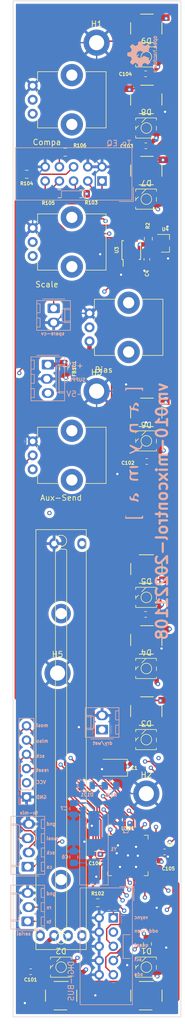
<source format=kicad_pcb>
(kicad_pcb (version 20211014) (generator pcbnew)
  (layers (0 "F.Cu" signal) (1 "In1.Cu" power) (2 "In2.Cu" signal) (31 "B.Cu" power) (34 "B.Paste" user) (35 "F.Paste" user) (36 "B.SilkS" user "B.Silkscreen") (37 "F.SilkS" user "F.Silkscreen") (38 "B.Mask" user) (39 "F.Mask" user) (44 "Edge.Cuts" user))
  (net 0 "")
  (net 1 "Net-(D1-Pad1)")
  (net 2 "GND")
  (net 3 "+5V")
  (net 4 "/pix")
  (net 5 "Net-(D2-Pad1)")
  (net 6 "Net-(D3-Pad1)")
  (net 7 "Net-(D4-Pad1)")
  (net 8 "Net-(D5-Pad1)")
  (net 9 "/compa_cv")
  (net 10 "/edge_bypass")
  (net 11 "/compa_bypass")
  (net 12 "/inverter_bypass")
  (net 13 "/scl")
  (net 14 "/sda")
  (net 15 "Net-(R1-Pad2)")
  (net 16 "Net-(R2-Pad2)")
  (net 17 "/compa-level")
  (net 18 "/bias-level")
  (net 19 "/scale-level")
  (net 20 "/mix-level")
  (net 21 "/edges")
  (net 22 "/compa")
  (net 23 "/invert")
  (net 24 "/drywet")
  (net 25 "/rec|play|dub")
  (net 26 "/stop|clear")
  (net 27 "/mosi")
  (net 28 "/miso")
  (net 29 "/sck")
  (net 30 "/reset")
  (net 31 "/dac_select")
  (net 32 "/bias_cv")
  (net 33 "/scale_cv")
  (net 34 "/vsync")
  (net 35 "VCC")
  (net 36 "Net-(C5-Pad1)")
  (net 37 "Net-(C6-Pad2)")
  (net 38 "Net-(C7-Pad1)")
  (net 39 "Net-(D6-Pad1)")
  (net 40 "Net-(D7-Pad1)")
  (net 41 "Net-(D8-Pad1)")
  (net 42 "/quantize_in")
  (net 43 "/extra_cv")
  (net 44 "/dac2_select")
  (net 45 "/bus_a")
  (net 46 "/bus_b")
  (net 47 "/bus_c")
  (net 48 "/aux-level")
  (net 49 "/preview_bypass")
  (net 50 "/tx")
  (net 51 "/rx")
  (net 52 "/oddeven")
  (net 53 "Net-(D101-Pad2)")
  (net 54 "Net-(R101-Pad2)")
  (net 55 "Net-(J1-Pad5)")
  (net 56 "Net-(J1-Pad6)")
  (net 57 "Net-(J1-Pad7)")
  (net 58 "Net-(J1-Pad8)")
  (net 59 "Net-(J101-Pad1)")
  (net 61 "-5V")
  (footprint "synkie_footprints:CP_EIA-3528-21_Kemet-B_Pad1.50x2.35mm_HandSolder" (layer "F.Cu") (at 112.8256 151.9492 180)
    (fp_text reference "C1")
    (fp_text value "10u")
  )
  (footprint "synkie_footprints:R_0603_1608Metric_Pad1.05x0.95mm_HandSolder" (layer "F.Cu") (at 118.707 124.568 180)
    (fp_text reference "C3" hide)
    (fp_text value "100n")
  )
  (footprint "Anyma06:SK6812-MINI-HS" (layer "F.Cu") (at 118.82 187.56 180)
    (fp_text reference "D1")
    (fp_text value "SK6812MINI")
  )
  (footprint "Anyma06:SK6812-MINI-HS" (layer "F.Cu") (at 103.58 187.56 180)
    (fp_text reference "D2")
    (fp_text value "SK6812MINI")
  )
  (footprint "Anyma06:SK6812-MINI-HS" (layer "F.Cu") (at 118.82 146.92 180)
    (fp_text reference "D3")
    (fp_text value "SK6812MINI")
  )
  (footprint "Anyma06:SK6812-MINI-HS" (layer "F.Cu") (at 118.82 121.52 180)
    (fp_text reference "D5")
    (fp_text value "SK6812MINI")
  )
  (footprint "Anyma06:SK6812-MINI-HS" (layer "F.Cu") (at 118.82 93.58 180)
    (fp_text reference "D6")
    (fp_text value "SK6812MINI")
  )
  (footprint "Anyma06:SK6812-MINI-HS" (layer "F.Cu") (at 118.82 50.4 180)
    (fp_text reference "D7")
    (fp_text value "SK6812MINI")
  )
  (footprint "Anyma06:SK6812-MINI-HS" (layer "F.Cu") (at 118.82 37.7 180)
    (fp_text reference "D8")
    (fp_text value "SK6812MINI")
  )
  (footprint "Anyma06:SK6812-MINI-HS" (layer "F.Cu") (at 118.82 25 180)
    (fp_text reference "D9")
    (fp_text value "SK6812MINI")
  )
  (footprint "synkie_footprints:R_0805_2012Metric_Pad1.15x1.40mm_HandSolder" (layer "F.Cu") (at 119.0232 183.4108 90)
    (fp_text reference "R1" hide)
    (fp_text value "220")
  )
  (footprint "synkie_footprints:Alps_Tactile_Switch" (layer "F.Cu") (at 118.82 19.92 180)
    (fp_text reference "SW1" hide)
    (fp_text value "SW_Push")
  )
  (footprint "synkie_footprints:Alps_Tactile_Switch" (layer "F.Cu") (at 118.82 32.62 180)
    (fp_text reference "SW2" hide)
    (fp_text value "SW_Push")
  )
  (footprint "synkie_footprints:Alps_Tactile_Switch" (layer "F.Cu") (at 118.82 45.32 180)
    (fp_text reference "SW3" hide)
    (fp_text value "SW_Push")
  )
  (footprint "synkie_footprints:Alps_Tactile_Switch" (layer "F.Cu") (at 118.82 88.5 180)
    (fp_text reference "SW4" hide)
    (fp_text value "SW_Push")
  )
  (footprint "synkie_footprints:Alps_Tactile_Switch" (layer "F.Cu") (at 103.58 192.64)
    (fp_text reference "SW5" hide)
    (fp_text value "SW_Push")
  )
  (footprint "synkie_footprints:Alps_Tactile_Switch" (layer "F.Cu") (at 118.82 192.64)
    (fp_text reference "SW6" hide)
    (fp_text value "SW_Push")
  )
  (footprint "synkie_footprints:Alps_Tactile_Switch" (layer "F.Cu") (at 118.82 116.44)
    (fp_text reference "SW7" hide)
    (fp_text value "SW_Push")
  )
  (footprint "synkie_footprints:Alps_Tactile_Switch" (layer "F.Cu") (at 118.82 129.14 180)
    (fp_text reference "SW8" hide)
    (fp_text value "SW_Push")
  )
  (footprint "synkie_footprints:Alps_Tactile_Switch" (layer "F.Cu") (at 118.82 141.84 180)
    (fp_text reference "SW9" hide)
    (fp_text value "SW_Push")
  )
  (footprint "MountingHole:MountingHole_2.7mm_M2.5_DIN965_Pad" (layer "F.Cu") (at 109.93 22.46)
    (fp_text reference "H1")
    (fp_text value "MountingHole_Pad")
  )
  (footprint "synkie_footprints:Potentiometer_Alps_RS6011xP_Slide" (layer "F.Cu") (at 103.58 146.92 90)
    (fp_text reference "RV4" hide)
    (fp_text value "R_POT")
  )
  (footprint "synkie_footprints:Potentiometer_Alps_RK09K_Single_Vertical" (layer "F.Cu") (at 108.66 75.8)
    (fp_text reference "RV3" hide)
    (fp_text value "R_POT")
  )
  (footprint "synkie_footprints:Potentiometer_Alps_RK09K_Single_Vertical" (layer "F.Cu") (at 98.5 60.56)
    (fp_text reference "RV2" hide)
    (fp_text value "R_POT")
  )
  (footprint "synkie_footprints:Potentiometer_Alps_RK09K_Single_Vertical" (layer "F.Cu") (at 98.5 35.16)
    (fp_text reference "RV1" hide)
    (fp_text value "R_POT")
  )
  (footprint "synkie_footprints:Potentiometer_Alps_RK09K_Single_Vertical" (layer "F.Cu") (at 98.5 98.66)
    (fp_text reference "RV5" hide)
    (fp_text value "R_POT")
  )
  (footprint "MountingHole:MountingHole_2.7mm_M2.5_DIN965_Pad" (layer "F.Cu") (at 109.93 84.69)
    (fp_text reference "H3")
    (fp_text value "MountingHole_Pad")
  )
  (footprint "Anyma06:SK6812-MINI-HS" (layer "F.Cu") (at 118.82 134.22 180)
    (fp_text reference "D4")
    (fp_text value "SK6812MINI")
  )
  (footprint "MountingHole:MountingHole_2.7mm_M2.5_DIN965_Pad" (layer "F.Cu") (at 118.82 156.572)
    (fp_text reference "H2")
    (fp_text value "MountingHole_Pad")
  )
  (footprint "Package_DFN_QFN:QFN-44-1EP_7x7mm_P0.5mm_EP5.2x5.2mm" (layer "F.Cu") (at 115.52562 167.61084)
    (fp_text reference "U101")
    (fp_text value "ATmega1284P-MU")
  )
  (footprint "synkie_footprints:R_0805_2012Metric_Pad1.15x1.40mm_HandSolder" (layer "F.Cu") (at 119.17306 57.4702 90)
    (fp_text reference "R2")
    (fp_text value "560")
  )
  (footprint "Package_SO:MSOP-10_3x3mm_P0.5mm" (layer "F.Cu") (at 116.12506 59.4932 90)
    (fp_text reference "U3")
    (fp_text value "MAX5741")
  )
  (footprint "synkie_footprints:SOT-23" (layer "F.Cu") (at 122.20506 58.2892)
    (fp_text reference "U4")
    (fp_text value "ADR510")
  )
  (footprint "synkie_footprints:R_0603_1608Metric_Pad1.05x0.95mm_HandSolder" (layer "F.Cu") (at 118.91906 61.1582 -90)
    (fp_text reference "C4")
    (fp_text value "100n")
  )
  (footprint "synkie_footprints:R_0603_1608Metric_Pad1.05x0.95mm_HandSolder" (layer "F.Cu") (at 98.133 188.3728 180)
    (fp_text reference "C101")
    (fp_text value "100n")
  )
  (footprint "synkie_footprints:R_0603_1608Metric_Pad1.05x0.95mm_HandSolder" (layer "F.Cu") (at 118.89112 97.26046 180)
    (fp_text reference "C102")
    (fp_text value "100n")
  )
  (footprint "synkie_footprints:R_0603_1608Metric_Pad1.05x0.95mm_HandSolder" (layer "F.Cu") (at 118.69938 28.02768 180)
    (fp_text reference "C104")
    (fp_text value "100n")
  )
  (footprint "synkie_footprints:R_0603_1608Metric_Pad1.05x0.95mm_HandSolder" (layer "F.Cu") (at 118.72224 40.88008 180)
    (fp_text reference "C103")
    (fp_text value "100n")
  )
  (footprint "synkie_footprints:L_0805_2012Metric_Pad1.15x1.40mm_HandSolder" (layer "F.Cu") (at 104.04482 80.6985 90)
    (fp_text reference "FB101")
    (fp_text value "Ferrite_Bead")
  )
  (footprint "synkie_footprints:R_0603_1608Metric_Pad1.05x0.95mm_HandSolder" (layer "F.Cu") (at 122.0852 168.5862)
    (fp_text reference "C105")
    (fp_text value "100n")
  )
  (footprint "synkie_footprints:R_0603_1608Metric_Pad1.05x0.95mm_HandSolder" (layer "F.Cu") (at 109.7268 167.3924 180)
    (fp_text reference "C106")
    (fp_text value "100n")
  )
  (footprint "synkie_footprints:R_0603_1608Metric_Pad1.05x0.95mm_HandSolder" (layer "F.Cu") (at 122.0852 166.986)
    (fp_text reference "C5")
    (fp_text value "100n")
  )
  (footprint "synkie_footprints:R_0805_2012Metric_Pad1.15x1.40mm_HandSolder" (layer "F.Cu") (at 110.1295 176.0665)
    (fp_text reference "R102")
    (fp_text value "220")
  )
  (footprint "synkie_footprints:R_0805_2012Metric_Pad1.15x1.40mm_HandSolder" (layer "F.Cu") (at 97.4295 45.955 180)
    (fp_text reference "R104")
    (fp_text value "220")
  )
  (footprint "synkie_footprints:R_0805_2012Metric_Pad1.15x1.40mm_HandSolder" (layer "F.Cu") (at 104.333 42.018)
    (fp_text reference "R106")
    (fp_text value "220")
  )
  (footprint "synkie_footprints:R_0805_2012Metric_Pad1.15x1.40mm_HandSolder" (layer "F.Cu") (at 103.2625 49.4475)
    (fp_text reference "R105")
    (fp_text value "220")
  )
  (footprint "synkie_footprints:R_0805_2012Metric_Pad1.15x1.40mm_HandSolder" (layer "F.Cu") (at 107.145 49.4475)
    (fp_text reference "R103")
    (fp_text value "220")
  )
  (footprint "MountingHole:MountingHole_2.7mm_M2.5_DIN965_Pad" (layer "F.Cu") (at 102.945 135.0455)
    (fp_text reference "H5")
    (fp_text value "MountingHole_Pad")
  )
  (footprint "synkie_footprints:R_0805_2012Metric_Pad1.15x1.40mm_HandSolder" (layer "B.Cu") (at 105.86092 167.90918 -90)
    (fp_text reference "C6")
    (fp_text value "10p")
  )
  (footprint "synkie_footprints:R_0805_2012Metric_Pad1.15x1.40mm_HandSolder" (layer "B.Cu") (at 105.86092 159.27318 -90)
    (fp_text reference "C7")
    (fp_text value "10p")
  )
  (footprint "synkie_footprints:Molex_KK-254_AE-6410-02A_1x02_P2.54mm_Vertical" (layer "B.Cu") (at 102.2592 69.9072 -90)
    (fp_text reference "J5" hide)
    (fp_text value "Conn_01x02")
  )
  (footprint "synkie_footprints:Molex_KK-254_AE-6410-04A_1x04_P2.54mm_Vertical" (layer "B.Cu") (at 97.61166 169.61998 90)
    (fp_text reference "J6" hide)
    (fp_text value "Conn_01x04")
  )
  (footprint "synkie_footprints:PinHeader_1x06_P2.54mm_Vertical" (layer "B.Cu") (at 97.39764 157.17398)
    (fp_text reference "U1" hide)
    (fp_text value "AnymaISP")
  )
  (footprint "synkie_footprints:IDC-Header_2x05_P2.54mm_Vertical" (layer "B.Cu") (at 110.8952 47.17166 90)
    (fp_text reference "J1" hide)
    (fp_text value "to-eq")
  )
  (footprint "synkie_footprints:R_0603_1608Metric_Pad1.05x0.95mm_HandSolder" (layer "B.Cu") (at 115.0608 161.9568 180)
    (fp_text reference "C2")
    (fp_text value "100n")
  )
  (footprint "synkie_footprints:Molex_KK-254_AE-6410-02A_1x02_P2.54mm_Vertical" (layer "B.Cu") (at 110.90028 145.13946 90)
    (fp_text reference "J4" hide)
    (fp_text value "Conn_01x02")
  )
  (footprint "synkie_footprints:Molex_KK-254_AE-6410-03A_1x03_P2.54mm_Vertical" (layer "B.Cu") (at 101.22288 79.95798 -90)
    (fp_text reference "J3" hide)
    (fp_text value "Supply")
  )
  (footprint "synkie_footprints:IDC-Header_2x05_P2.54mm_Vertical" (layer "B.Cu") (at 112.92212 178.7589 180)
    (fp_text reference "J102" hide)
    (fp_text value "digitalbus")
  )
  (footprint "Crystal:Crystal_SMD_HC49-SD" (layer "B.Cu") (at 109.4474 166.1732 90)
    (fp_text reference "Y1")
    (fp_text value "Crystal")
  )
  (footprint "LED_SMD:LED_0805_2012Metric" (layer "B.Cu") (at 108.2155 155.1115)
    (fp_text reference "D101")
    (fp_text value "LED")
  )
  (footprint "synkie_footprints:R_0805_2012Metric_Pad1.15x1.40mm_HandSolder" (layer "B.Cu") (at 112.4065 155.175)
    (fp_text reference "R101")
    (fp_text value "560")
  )
  (footprint "synkie_footprints:Molex_KK-254_AE-6410-03A_1x03_P2.54mm_Vertical" (layer "B.Cu") (at 97.5888 179.3812 90)
    (fp_text reference "J101" hide)
    (fp_text value "Serial")
  )
  (footprint "anyma_footprints:logo_anyma" (layer "B.Cu") (at 116.7245 95.866 -90)
    (fp_text reference "U102" hide)
    (fp_text value "LOGO" hide)
  )
  (footprint "Symbol:OSHW-Logo2_7.3x6mm_SilkScreen" (layer "B.Cu") (at 118.185 24.5555 -90)
    (fp_text reference "U103" hide)
    (fp_text value "LOGO" hide)
  )
  (gr_line (start 95 15) (end 125 15) (layer "Edge.Cuts") (width 0.1))
  (gr_line (start 125 15) (end 125 196.45) (layer "Edge.Cuts") (width 0.1))
  (gr_line (start 125 196.45) (end 95 196.45) (layer "Edge.Cuts") (width 0.1))
  (gr_line (start 95 196.45) (end 95 15) (layer "Edge.Cuts") (width 0.1))
  (gr_text "quant\n" (at 119.271072 183.623) (layer "B.SilkS") (effects (font (size 0.6 0.6)) (justify left mirror)))
  (gr_text "scl" (at 118.071072 186.163) (layer "B.SilkS") (effects (font (size 0.6 0.6)) (justify left mirror)))
  (gr_text "sda" (at 118.328215 188.83) (layer "B.SilkS") (effects (font (size 0.6 0.6)) (justify left mirror)))
  (gr_text "spare-cv" (at 104.2785 74.403) (layer "B.SilkS") (effects (font (size 0.6 0.6)) (justify left mirror)))
  (gr_text "To EQ" (at 116.2165 40.4305) (layer "B.SilkS") (effects (font (size 1 1)) (justify left mirror)))
  (gr_text "mosi" (at 101.370215 144.38) (layer "B.SilkS") (effects (font (size 0.6 0.6)) (justify left mirror)))
  (gr_text "miso" (at 101.370215 147.174) (layer "B.SilkS") (effects (font (size 0.6 0.6)) (justify left mirror)))
  (gr_text "sck" (at 100.741643 149.841) (layer "B.SilkS") (effects (font (size 0.6 0.6)) (justify left mirror)))
  (gr_text "reset" (at 101.4845 152.381) (layer "B.SilkS") (effects (font (size 0.6 0.6)) (justify left mirror)))
  (gr_text "VCC" (at 100.970215 154.54) (layer "B.SilkS") (effects (font (size 0.6 0.6)) (justify left mirror)))
  (gr_text "GND" (at 101.0845 157.207) (layer "B.SilkS") (effects (font (size 0.6 0.6)) (justify left mirror)))
  (gr_text "to-mix" (at 99.516 160.001) (layer "B.SilkS") (effects (font (size 0.6 0.6)) (justify left mirror)))
  (gr_text "dry/wet" (at 112.851 147.555) (layer "B.SilkS") (effects (font (size 0.6 0.6)) (justify left mirror)))
  (gr_text "SUPPLY\n" (at 108.007691 82.658) (layer "B.SilkS") (effects (font (size 0.6 0.6)) (justify left mirror)))
  (gr_text "-5V" (at 106.0565 85.198) (layer "B.SilkS") (effects (font (size 1 1)) (justify mirror)))
  (gr_text "vsync" (at 119.213929 178.67) (layer "B.SilkS") (effects (font (size 0.6 0.6)) (justify left mirror)))
  (gr_text "serial" (at 98.246 181.591) (layer "B.SilkS") (effects (font (size 0.6 0.6)) (justify left mirror)))
  (gr_text "rx" (at 101.941857 176.892) (layer "B.SilkS") (effects (font (size 0.6 0.6)) (justify left mirror)))
  (gr_text "tx" (at 101.913285 179.432) (layer "B.SilkS") (effects (font (size 0.6 0.6)) (justify left mirror)))
  (gr_text "gnd" (at 102.713285 174.4155) (layer "B.SilkS") (effects (font (size 0.6 0.6)) (justify left mirror)))
  (gr_text "gnd" (at 102.713285 161.9695) (layer "B.SilkS") (effects (font (size 0.6 0.6)) (justify left mirror)))
  (gr_text "mosi" (at 103.199 164.573) (layer "B.SilkS") (effects (font (size 0.6 0.6)) (justify left mirror)))
  (gr_text "sck" (at 102.570428 167.113) (layer "B.SilkS") (effects (font (size 0.6 0.6)) (justify left mirror)))
  (gr_text "cs" (at 102.084714 169.653) (layer "B.SilkS") (effects (font (size 0.6 0.6)) (justify left mirror)))
  (gr_text "DIGI-BUS" (at 105.358 190.0365 90) (layer "B.SilkS") (effects (font (size 1 1)) (justify mirror)))
  (gr_text "+5V" (at 106.0565 80.118) (layer "B.SilkS") (effects (font (size 1 1)) (justify mirror)))
  (gr_text "vm010-mixcontrol-20221108" (at 121.614 106.153 90) (layer "B.SilkS") (effects (font (size 2 2) (thickness 0.4)) (justify mirror)))
  (gr_text "odd/even" (at 121.0425 181.083) (layer "B.SilkS") (effects (font (size 0.6 0.6)) (justify left mirror)))
  (gr_text "Bias" (at 111.2 80.88) (layer "F.SilkS") (effects (font (size 1 1))))
  (gr_text "Aux-Send" (at 103.58 103.74) (layer "F.SilkS") (effects (font (size 1 1))))
  (gr_text "Compa" (at 101.04 40.24) (layer "F.SilkS") (effects (font (size 1 1))))
  (gr_text "Scale" (at 101.04 65.64) (layer "F.SilkS") (effects (font (size 1 1))))
  (segment (start 108.209511 190.107011) (end 107.37702 189.27452) (width 0.25) (layer "F.Cu") (net 1))
  (segment (start 102.56452 189.27452) (end 101.74 188.45) (width 0.25) (layer "F.Cu") (net 1))
  (segment (start 120.66 186.67) (end 117.33 190) (width 0.25) (layer "F.Cu") (net 1))
  (segment (start 114.330489 189.955489) (end 114.178967 190.107011) (width 0.25) (layer "F.Cu") (net 1))
  (segment (start 114.178967 190.107011) (end 108.209511 190.107011) (width 0.25) (layer "F.Cu") (net 1))
  (segment (start 117.33 190) (end 116.979511 190) (width 0.25) (layer "F.Cu") (net 1))
  (segment (start 107.37702 189.27452) (end 102.56452 189.27452) (width 0.25) (layer "F.Cu") (net 1))
  (segment (start 116.979511 189.955489) (end 114.330489 189.955489) (width 0.25) (layer "F.Cu") (net 1))
  (segment (start 116.979511 190) (end 116.979511 189.955489) (width 0.25) (layer "F.Cu") (net 1))
  (segment (start 115.93 186.67) (end 115.4 187.2) (width 0.25) (layer "F.Cu") (net 2))
  (segment (start 121.985 34.38) (end 121.985 34.6166) (width 0.25) (layer "F.Cu") (net 2))
  (segment (start 112.18812 167.61084) (end 115.52562 167.61084) (width 0.25) (layer "F.Cu") (net 2))
  (segment (start 102.33 111.92) (end 103.43 111.92) (width 0.25) (layer "F.Cu") (net 2))
  (segment (start 120.57 21.845) (end 120.735 21.68) (width 0.25) (layer "F.Cu") (net 2))
  (segment (start 121.20506 59.8892) (end 121.20506 59.2392) (width 0.25) (layer "F.Cu") (net 2))
  (segment (start 121.137233 131.052858) (end 121.537232 130.652859) (width 0.25) (layer "F.Cu") (net 2))
  (segment (start 99.165 190.88) (end 97.103 192.942) (width 0.25) (layer "F.Cu") (net 2))
  (segment (start 114.265 21.68) (end 113.75001 22.19499) (width 0.25) (layer "F.Cu") (net 2))
  (segment (start 115.52562 168.24838) (end 114.1116 169.6624) (width 0.25) (layer "F.Cu") (net 2))
  (segment (start 118.864399 62.776201) (end 118.4644 63.1762) (width 0.25) (layer "F.Cu") (net 2))
  (segment (start 114.091196 167.229465) (end 113.525511 167.229465) (width 0.25) (layer "F.Cu") (net 2))
  (segment (start 110.311 63.9255) (end 110.311 63.354) (width 0.25) (layer "F.Cu") (net 2))
  (segment (start 115.515 46.23) (end 113.91666 44.63166) (width 0.25) (layer "F.Cu") (net 2))
  (segment (start 115.52562 167.61084) (end 117.24444 167.61084) (width 0.25) (layer "F.Cu") (net 2))
  (segment (start 112.116514 44.63166) (end 110.8952 44.63166) (width 0.25) (layer "F.Cu") (net 2))
  (segment (start 104.4055 69.831) (end 110.311 63.9255) (width 0.25) (layer "F.Cu") (net 2))
  (segment (start 116.97961 169.6624) (end 115.525728 168.208518) (width 0.25) (layer "F.Cu") (net 2))
  (segment (start 117.02 24.11) (end 115.515 22.605) (width 0.25) (layer "F.Cu") (net 2))
  (segment (start 104.4055 69.196) (end 110.565 63.0365) (width 0.25) (layer "F.Cu") (net 2))
  (segment (start 117.097505 49.41599) (end 117.66319 49.41599) (width 0.25) (layer "F.Cu") (net 2))
  (segment (start 117.24444 167.61084) (end 117.296 167.6624) (width 0.25) (layer "F.Cu") (net 2))
  (segment (start 99.165 190.88) (end 100.415 190.88) (width 0.25) (layer "F.Cu") (net 2))
  (segment (start 102.2592 72.4472) (end 102.4892 72.4472) (width 0.25) (layer "F.Cu") (net 2))
  (segment (start 121.985 90.26) (end 118.78079 90.26) (width 0.25) (layer "F.Cu") (net 2))
  (segment (start 115.52562 167.52559) (end 116.579611 166.471599) (width 0.25) (layer "F.Cu") (net 2))
  (segment (start 118.86312 167.61084) (end 117.34756 167.61084) (width 0.25) (layer "F.Cu") (net 2))
  (segment (start 122.9602 166.986) (end 122.9602 168.5862) (width 0.25) (layer "F.Cu") (net 2))
  (segment (start 115.655 190.88) (end 106.885 190.88) (width 0.25) (layer "F.Cu") (net 2))
  (segment (start 121.985 34.6166) (end 122.1728 34.8044) (width 0.25) (layer "F.Cu") (net 2))
  (segment (start 111.2006 151.9492) (end 115.515 147.6348) (width 0.25) (layer "F.Cu") (net 2))
  (segment (start 115.515 22.605) (end 115.515 21.68) (width 0.25) (layer "F.Cu") (net 2))
  (segment (start 120.875 190.88) (end 115.655 190.88) (width 0.25) (layer "F.Cu") (net 2))
  (segment (start 116.90986 60.4584) (end 117.34426 60.4584) (width 0.25) (layer "F.Cu") (net 2))
  (segment (start 115.52562 167.61084) (end 115.52562 168.24838) (width 0.25) (layer "F.Cu") (net 2))
  (segment (start 115.515 97.61) (end 113.6395 99.4855) (width 0.25) (layer "F.Cu") (net 2))
  (segment (start 115.515 47.08) (end 121.985 47.08) (width 0.25) (layer "F.Cu") (net 2))
  (segment (start 122.376 185.401) (end 122.376 184.0675) (width 0.25) (layer "F.Cu") (net 2))
  (segment (start 117.07 49.525) (end 117.07 49.443495) (width 0.25) (layer "F.Cu") (net 2))
  (segment (start 116.62506 61.6932) (end 116.62506 60.7432) (width 0.25) (layer "F.Cu") (net 2))
  (segment (start 106.885 190.88) (end 107.9819 190.88) (width 0.25) (layer "F.Cu") (net 2))
  (segment (start 110.38212 188.9189) (end 110.38212 178.7589) (width 0.25) (layer "F.Cu") (net 2))
  (segment (start 115.525728 168.208518) (end 115.525728 167.61084) (width 0.25) (layer "F.Cu") (net 2))
  (segment (start 115.515 130.9) (end 121.985 130.9) (width 0.25) (layer "F.Cu") (net 2))
  (segment (start 121.985 21.68) (end 115.515 21.68) (width 0.25) (layer "F.Cu") (net 2))
  (segment (start 104.4055 70.5309) (end 104.4055 69.196) (width 0.25) (layer "F.Cu") (net 2))
  (segment (start 97.103 192.942) (end 97.103 193.9735) (width 0.25) (layer "F.Cu") (net 2))
  (segment (start 120.735 130.9) (end 120.887858 131.052858) (width 0.25) (layer "F.Cu") (net 2))
  (segment (start 115.417282 63.9) (end 114.3 63.9) (width 0.25) (layer "F.Cu") (net 2))
  (segment (start 115.144245 167.229465) (end 114.091196 167.229465) (width 0.25) (layer "F.Cu") (net 2))
  (segment (start 108.8518 166.2634) (end 107.7456 165.1572) (width 0.25) (layer "F.Cu") (net 2))
  (segment (start 116.02562 168.11084) (end 115.52562 167.61084) (width 0.25) (layer "F.Cu") (net 2))
  (segment (start 121.20506 60.2222) (end 121.20506 59.8892) (width 0.25) (layer "F.Cu") (net 2))
  (segment (start 117.34426 60.4584) (end 118.91906 62.0332) (width 0.25) (layer "F.Cu") (net 2))
  (segment (start 115.515 47.08) (end 115.515 46.23) (width 0.25) (layer "F.Cu") (net 2))
  (segment (start 102.4892 72.4472) (end 104.4055 70.5309) (width 0.25) (layer "F.Cu") (net 2))
  (segment (start 120.735 21.68) (end 121.985 21.68) (width 0.25) (layer "F.Cu") (net 2))
  (segment (start 120.887858 131.052858) (end 121.137233 131.052858) (width 0.25) (layer "F.Cu") (net 2))
  (segment (start 122.125 114.68) (end 115.655 114.68) (width 0.25) (layer "F.Cu") (net 2))
  (segment (start 122.376 185.401) (end 122.376 178.67) (width 0.25) (layer "F.Cu") (net 2))
  (segment (start 116.62506 62.692222) (end 115.417282 63.9) (width 0.25) (layer "F.Cu") (net 2))
  (segment (start 110.565 63.0365) (end 110.565 60.2425) (width 0.25) (layer "F.Cu") (net 2))
  (segment (start 97.258 188.973) (end 99.165 190.88) (width 0.25) (layer "F.Cu") (net 2))
  (segment (start 115.515 142.75) (end 115.515 143.6) (width 0.25) (layer "F.Cu") (net 2))
  (segment (start 110.19501 22.19499) (end 109.93 22.46) (width 0.25) (layer "F.Cu") (net 2))
  (segment (start 106.755 115.245) (end 106.755 144.6975) (width 0.25) (layer "F.Cu") (net 2))
  (segment (start 119.39406 62.24654) (end 118.864399 62.776201) (width 0.25) (layer "F.Cu") (net 2))
  (segment (start 110.90028 142.59946) (end 115.36446 142.59946) (width 0.25) (layer "F.Cu") (net 2))
  (segment (start 113.75001 22.19499) (end 110.19501 22.19499) (width 0.25) (layer "F.Cu") (net 2))
  (segment (start 119.39406 62.0332) (end 121.20506 60.2222) (width 0.25) (layer "F.Cu") (net 2))
  (segment (start 103.43 111.92) (end 106.755 115.245) (width 0.25) (layer "F.Cu") (net 2))
  (segment (start 115.515 143.6) (end 121.985 143.6) (width 0.25) (layer "F.Cu") (net 2))
  (segment (start 121.985 130.9) (end 120.735 130.9) (width 0.25) (layer "F.Cu") (net 2))
  (segment (start 115.52562 167.61084) (end 115.144245 167.229465) (width 0.25) (layer "F.Cu") (net 2))
  (segment (start 116.02562 170.94834) (end 116.02562 168.11084) (width 0.25) (layer "F.Cu") (net 2))
  (segment (start 104.4055 70.5309) (end 104.4055 69.831) (width 0.25) (layer "F.Cu") (net 2))
  (segment (start 115.52562 167.60322) (end 113.74 165.8176) (width 0.25) (layer "F.Cu") (net 2))
  (segment (start 115.52562 167.61084) (end 115.52562 167.52559) (width 0.25) (layer "F.Cu") (net 2))
  (segment (start 106.885 190.88) (end 100.415 190.88) (width 0.25) (layer "F.Cu") (net 2))
  (segment (start 116.579611 166.471599) (end 116.97961 166.0716) (width 0.25) (layer "F.Cu") (net 2))
  (segment (start 110.8952 44.63166) (end 108.3552 44.63166) (width 0.25) (layer "F.Cu") (net 2))
  (segment (start 107.9819 190.88) (end 109.7014 192.5995) (width 0.25) (layer "F.Cu") (net 2))
  (segment (start 118.91906 62.0332) (end 119.39406 62.0332) (width 0.25) (layer "F.Cu") (net 2))
  (segment (start 115.515 147.6348) (end 115.515 143.6) (width 0.25) (layer "F.Cu") (net 2))
  (segment (start 115.36446 142.59946) (end 115.515 142.75) (width 0.25) (layer "F.Cu") (net 2))
  (segment (start 122.9602 168.5862) (end 122.9602 168.1089) (width 0.25) (layer "F.Cu") (net 2))
  (segment (start 115.515 90.26) (end 115.515 97.61) (width 0.25) (layer "F.Cu") (net 2))
  (segment (start 117.07 49.443495) (end 117.097505 49.41599) (width 0.25) (layer "F.Cu") (net 2))
  (segment (start 117.34756 167.61084) (end 117.296 167.6624) (width 0.25) (layer "F.Cu") (net 2))
  (segment (start 111.2006 151.9492) (end 111.1492 151.9492) (width 0.25) (layer "F.Cu") (net 2))
  (segment (start 108.8518 167.0876) (end 108.8518 166.2634) (width 0.25) (layer "F.Cu") (net 2))
  (segment (start 115.515 34.38) (end 121.985 34.38) (width 0.25) (layer "F.Cu") (net 2))
  (segment (start 115.515 21.68) (end 114.265 21.68) (width 0.25) (layer "F.Cu") (net 2))
  (segment (start 119.39406 62.0332) (end 119.39406 62.24654) (width 0.25) (layer "F.Cu") (net 2))
  (segment (start 121.985 90.26) (end 115.515 90.26) (width 0.25) (layer "F.Cu") (net 2))
  (segment (start 122.9602 168.1089) (end 122.6755 167.8242) (width 0.25) (layer "F.Cu") (net 2))
  (segment (start 115.52562 164.27334) (end 115.52562 167.61084) (width 0.25) (layer "F.Cu") (net 2))
  (segment (start 97.258 188.3728) (end 97.258 188.973) (width 0.25) (layer "F.Cu") (net 2))
  (segment (start 116.62506 61.6932) (end 116.62506 62.692222) (width 0.25) (layer "F.Cu") (net 2))
  (segment (start 111.1492 151.9492) (end 110.8952 152.2032) (width 0.25) (layer "F.Cu") (net 2))
  (segment (start 115.52562 167.61084) (end 115.52562 167.60322) (width 0.25) (layer "F.Cu") (net 2))
  (segment (start 113.91666 44.63166) (end 112.116514 44.63166) (width 0.25) (layer "F.Cu") (net 2))
  (segment (start 122.125 190.88) (end 120.875 190.88) (width 0.25) (layer "F.Cu") (net 2))
  (segment (start 117.02 186.67) (end 115.93 186.67) (width 0.25) (layer "F.Cu") (net 2))
  (segment (start 116.62506 60.7432) (end 116.90986 60.4584) (width 0.25) (layer "F.Cu") (net 2))
  (segment (start 122.376 178.67) (end 120.6615 176.9555) (width 0.25) (layer "F.Cu") (net 2))
  (via (at 113.525511 167.229465) (size 0.8) (drill 0.4) (layers "F.Cu" "B.Cu") (net 2))
  (via (at 115.2 83.5) (size 0.8) (drill 0.4) (layers "F.Cu" "B.Cu") (net 2))
  (via (at 122.7 61) (size 0.8) (drill 0.4) (layers "F.Cu" "B.Cu") (net 2))
  (via (at 113.6395 99.4855) (size 0.8) (drill 0.4) (layers "F.Cu" "B.Cu") (net 2))
  (via (at 120.6615 176.9555) (size 0.8) (drill 0.4) (layers "F.Cu" "B.Cu") (net 2))
  (via (at 110.565 60.2425) (size 0.8) (drill 0.4) (layers "F.Cu" "B.Cu") (net 2))
  (via (at 109.7014 192.5995) (size 0.8) (drill 0.4) (layers "F.Cu" "B.Cu") (net 2))
  (via (at 115.4 187.2) (size 0.8) (drill 0.4) (layers "F.Cu" "B.Cu") (net 2))
  (via (at 116.97961 166.0716) (size 0.8) (drill 0.4) (layers "F.Cu" "B.Cu") (net 2))
  (via (at 116.97961 169.6624) (size 0.8) (drill 0.4) (layers "F.Cu" "B.Cu") (net 2))
  (via (at 115.525728 167.61084) (size 0.8) (drill 0.4) (layers "F.Cu" "B.Cu") (net 2))
  (via (at 114.3 63.9) (size 0.8) (drill 0.4) (layers "F.Cu" "B.Cu") (net 2))
  (via (at 110.8952 152.2032) (size 0.8) (drill 0.4) (layers "F.Cu" "B.Cu") (net 2))
  (via (at 107.7456 165.1572) (size 0.8) (drill 0.4) (layers "F.Cu" "B.Cu") (net 2))
  (via (at 113.74 165.8176) (size 0.8) (drill 0.4) (layers "F.Cu" "B.Cu") (net 2))
  (via (at 106.755 144.6975) (size 0.8) (drill 0.4) (layers "F.Cu" "B.Cu") (net 2))
  (via (at 121.537232 130.652859) (size 0.8) (drill 0.4) (layers "F.Cu" "B.Cu") (net 2))
  (via (at 122.6755 167.8242) (size 0.8) (drill 0.4) (layers "F.Cu" "B.Cu") (net 2))
  (via (at 122.376 184.0675) (size 0.8) (drill 0.4) (layers "F.Cu" "B.Cu") (net 2))
  (via (at 118.78079 90.26) (size 0.8) (drill 0.4) (layers "F.Cu" "B.Cu") (net 2))
  (via (at 122.6 55.3) (size 0.8) (drill 0.4) (layers "F.Cu" "B.Cu") (net 2))
  (via (at 114.1116 169.6624) (size 0.8) (drill 0.4) (layers "F.Cu" "B.Cu") (net 2))
  (via (at 97.103 193.9735) (size 0.8) (drill 0.4) (layers "F.Cu" "B.Cu") (net 2))
  (via (at 118.4644 63.1762) (size 0.8) (drill 0.4) (layers "F.Cu" "B.Cu") (net 2))
  (via (at 122.1728 34.8044) (size 0.8) (drill 0.4) (layers "F.Cu" "B.Cu") (net 2))
  (via (at 117.296 167.6624) (size 0.8) (drill 0.4) (layers "F.Cu" "B.Cu") (net 2))
  (segment (start 111.962 120.7326) (end 111.962 121.077627) (width 0.25) (layer "B.Cu") (net 2))
  (segment (start 103.6092 71.3272) (end 102.4892 72.4472) (width 0.25) (layer "B.Cu") (net 2))
  (segment (start 101.02288 82.49798) (end 102.44462 82.49798) (width 0.25) (layer "B.Cu") (net 2))
  (segment (start 111.962 121.077627) (end 121.137233 130.25286) (width 0.25) (layer "B.Cu") (net 2))
  (segment (start 109.8538 109.6582) (end 109.93 84.69) (width 0.25) (layer "B.Cu") (net 2))
  (segment (start 120.971547 120.7072) (end 121.537232 120.7072) (width 0.25) (layer "B.Cu") (net 2))
  (segment (start 109.93 43.66646) (end 110.8952 44.63166) (width 0.25) (layer "B.Cu") (net 2))
  (segment (start 108.6014 191.4995) (end 109.7014 192.5995) (width 0.25) (layer "B.Cu") (net 2))
  (segment (start 97.600001 94.559999) (end 98.5 93.66) (width 0.25) (layer "B.Cu") (net 2))
  (segment (start 99.577 191.4995) (end 108.6014 191.4995) (width 0.25) (layer "B.Cu") (net 2))
  (segment (start 109.706599 69.753401) (end 109.559999 69.900001) (width 0.25) (layer "B.Cu") (net 2))
  (segment (start 122.5137 167.6624) (end 122.6755 167.8242) (width 0.25) (layer "B.Cu") (net 2))
  (segment (start 117.296 167.6624) (end 114.748 165.1144) (width 0.25) (layer "B.Cu") (net 2))
  (segment (start 118.762315 178.289) (end 116.661 178.289) (width 0.25) (layer "B.Cu") (net 2))
  (segment (start 114.748 165.1144) (end 114.1858 164.5522) (width 0.25) (layer "B.Cu") (net 2))
  (segment (start 117.296 167.6624) (end 117.296 169.34601) (width 0.25) (layer "B.Cu") (net 2))
  (segment (start 117.898715 63.1762) (end 118.4644 63.1762) (width 0.25) (layer "B.Cu") (net 2))
  (segment (start 102.44462 82.49798) (end 102.4624 82.4802) (width 0.25) (layer "B.Cu") (net 2))
  (segment (start 110.8952 152.2032) (end 112.32529 150.77311) (width 0.25) (layer "B.Cu") (net 2))
  (segment (start 113.525511 167.229465) (end 115.144353 167.229465) (width 0.25) (layer "B.Cu") (net 2))
  (segment (start 114.748 165.1144) (end 114.756 155.1496) (width 0.25) (layer "B.Cu") (net 2))
  (segment (start 114.132599 177.657177) (end 114.045721 177.570299) (width 0.25) (layer "B.Cu") (net 2))
  (segment (start 102.37288 82.49798) (end 102.4624 82.4802) (width 0.25) (layer "B.Cu") (net 2))
  (segment (start 111.245719 177.895301) (end 110.38212 178.7589) (width 0.25) (layer "B.Cu") (net 2))
  (segment (start 98.5 55.56) (end 98.5 46.86686) (width 0.25) (layer "B.Cu") (net 2))
  (segment (start 109.706599 45.820261) (end 109.706599 69.753401) (width 0.25) (layer "B.Cu") (net 2))
  (segment (start 105.16092 160.29818) (end 104.07634 159.2136) (width 0.25) (layer "B.Cu") (net 2))
  (segment (start 109.93 84.69) (end 108.267401 83.027401) (width 0.25) (layer "B.Cu") (net 2))
  (segment (start 98.5 46.86686) (end 100.7352 44.63166) (width 0.25) (layer "B.Cu") (net 2))
  (segment (start 109.93 84.69) (end 113.21079 84.69) (width 0.25) (layer "B.Cu") (net 2))
  (segment (start 111.962 120.7326) (end 111.9874 120.7072) (width 0.25) (layer "B.Cu") (net 2))
  (segment (start 114.045721 177.570299) (end 111.570721 177.570299) (width 0.25) (layer "B.Cu") (net 2))
  (segment (start 102.64789 77.300386) (end 102.2592 76.911696) (width 0.25) (layer "B.Cu") (net 2))
  (segment (start 113.21079 84.69) (end 118.380791 89.860001) (width 0.25) (layer "B.Cu") (net 2))
  (segment (start 97.39764 157.17398) (end 97.39764 161.58596) (width 0.25) (layer "B.Cu") (net 2))
  (segment (start 114.509599 178.201201) (end 114.132599 177.824201) (width 0.25) (layer "B.Cu") (net 2))
  (segment (start 106.1708 165.1572) (end 105.9168 164.9032) (width 0.25) (layer "B.Cu") (net 2))
  (segment (start 106.755 144.6975) (end 108.85304 142.59946) (width 0.25) (layer "B.Cu") (net 2))
  (segment (start 107.7456 165.1572) (end 106.85406 165.1572) (width 0.25) (layer "B.Cu") (net 2))
  (segment (start 112.25028 142.59946) (end 110.90028 142.59946) (width 0.25) (layer "B.Cu") (net 2))
  (segment (start 121.454715 34.9568) (end 109.9808 34.9568) (width 0.25) (layer "B.Cu") (net 2))
  (segment (start 120.095815 176.9555) (end 118.762315 178.289) (width 0.25) (layer "B.Cu") (net 2))
  (segment (start 105.86092 166.88418) (end 103.88582 166.88418) (width 0.25) (layer "B.Cu") (net 2))
  (segment (start 105.9168 164.9032) (end 105.86092 166.88418) (width 0.25) (layer "B.Cu") (net 2))
  (segment (start 102.64789 82.22297) (end 102.64789 77.300386) (width 0.25) (layer "B.Cu") (net 2))
  (segment (start 116.772076 63.1762) (end 117.898715 63.1762) (width 0.25) (layer "B.Cu") (net 2))
  (segment (start 116.509701 178.201201) (end 114.509599 178.201201) (width 0.25) (layer "B.Cu") (net 2))
  (segment (start 102.2592 76.911696) (end 102.2592 72.4472) (width 0.25) (layer "B.Cu") (net 2))
  (segment (start 99.67288 82.49798) (end 97.274999 84.895861) (width 0.25) (layer "B.Cu") (net 2))
  (segment (start 103.43 111.92) (end 105.6918 109.6582) (width 0.25) (layer "B.Cu") (net 2))
  (segment (start 102.4624 82.4802) (end 102.64789 82.22297) (width 0.25) (layer "B.Cu") (net 2))
  (segment (start 105.86092 160.29818) (end 105.16092 160.29818) (width 0.25) (layer "B.Cu") (net 2))
  (segment (start 121.137233 130.25286) (end 121.537232 130.652859) (width 0.25) (layer "B.Cu") (net 2))
  (segment (start 118.380791 89.860001) (end 118.78079 90.26) (width 0.25) (layer "B.Cu") (net 2))
  (segment (start 114.1858 164.5522) (end 114.1858 161.9568) (width 0.25) (layer "B.Cu") (net 2))
  (segment (start 113.74 165.8176) (end 116.72561 165.8176) (width 0.25) (layer "B.Cu") (net 2))
  (segment (start 105.86092 160.29818) (end 105.9168 164.9032) (width 0.25) (layer "B.Cu") (net 2))
  (segment (start 103.9064 70.8) (end 103.6092 71.0972) (width 0.25) (layer "B.Cu") (net 2))
  (segment (start 104.07634 155.37716) (end 107.2503 152.2032) (width 0.25) (layer "B.Cu") (net 2))
  (segment (start 102.33 111.92) (end 103.43 111.92) (width 0.25) (layer "B.Cu") (net 2))
  (segment (start 110.8952 44.63166) (end 109.706599 45.820261) (width 0.25) (layer "B.Cu") (net 2))
  (segment (start 101.02288 82.49798) (end 99.67288 82.49798) (width 0.25) (layer "B.Cu") (net 2))
  (segment (start 97.81166 161.99998) (end 104.73412 161.99998) (width 0.25) (layer "B.Cu") (net 2))
  (segment (start 97.103 193.9735) (end 99.577 191.4995) (width 0.25) (layer "B.Cu") (net 2))
  (segment (start 102.4892 72.4472) (end 102.2592 72.4472) (width 0.25) (layer "B.Cu") (net 2))
  (segment (start 117.296 169.34601) (end 116.97961 169.6624) (width 0.25) (layer "B.Cu") (net 2))
  (segment (start 102.37288 82.49798) (end 101.02288 82.49798) (width 0.25) (layer "B.Cu") (net 2))
  (segment (start 121.607115 34.8044) (end 121.454715 34.9568) (width 0.25) (layer "B.Cu") (net 2))
  (segment (start 102.64789 77.300386) (end 116.772076 63.1762) (width 0.25) (layer "B.Cu") (net 2))
  (segment (start 114.1116 169.6624) (end 110.38212 173.39188) (width 0.25) (layer "B.Cu") (net 2))
  (segment (start 112.32529 142.67447) (end 112.25028 142.59946) (width 0.25) (layer "B.Cu") (net 2))
  (segment (start 108.66 70.8) (end 103.9064 70.8) (width 0.25) (layer "B.Cu") (net 2))
  (segment (start 109.559999 69.900001) (end 108.66 70.8) (width 0.25) (layer "B.Cu") (net 2))
  (segment (start 112.32529 150.77311) (end 112.32529 142.67447) (width 0.25) (layer "B.Cu") (net 2))
  (segment (start 110.38212 191.91878) (end 109.7014 192.5995) (width 0.25) (layer "B.Cu") (net 2))
  (segment (start 106.85406 165.1572) (end 106.58228 164.88542) (width 0.25) (layer "B.Cu") (net 2))
  (segment (start 97.274999 84.895861) (end 97.274999 94.885001) (width 0.25) (layer "B.Cu") (net 2))
  (segment (start 109.9808 34.9568) (end 109.93 43.66646) (width 0.25) (layer "B.Cu") (net 2))
  (segment (start 110.38212 173.39188) (end 110.38212 178.7589) (width 0.25) (layer "B.Cu") (net 2))
  (segment (start 109.93 22.46) (end 106.2 22.46) (width 0.25) (layer "B.Cu") (net 2))
  (segment (start 109.93 95.776) (end 109.93 84.69) (width 0.25) (layer "B.Cu") (net 2))
  (segment (start 104.73412 161.99998) (end 105.86092 160.87318) (width 0.25) (layer "B.Cu") (net 2))
  (segment (start 107.2503 152.2032) (end 110.329515 152.2032) (width 0.25) (layer "B.Cu") (net 2))
  (segment (start 103.88582 166.88418) (end 97.5888 173.1812) (width 0.25) (layer "B.Cu") (net 2))
  (segment (start 110.38212 188.9189) (end 110.38212 191.91878) (width 0.25) (layer "B.Cu") (net 2))
  (segment (start 110.90028 142.59946) (end 110.90028 121.57588) (width 0.25) (layer "B.Cu") (net 2))
  (segment (start 105.86092 160.87318) (end 105.86092 160.29818) (width 0.25) (layer "B.Cu") (net 2))
  (segment (start 105.6918 109.6582) (end 109.8538 109.6582) (width 0.25) (layer "B.Cu") (net 2))
  (segment (start 104.07634 159.2136) (end 104.07634 155.37716) (width 0.25) (layer "B.Cu") (net 2))
  (segment (start 109.93 120.6056) (end 109.8538 109.6582) (width 0.25) (layer "B.Cu") (net 2))
  (segment (start 108.267401 83.027401) (end 102.902301 83.027401) (width 0.25) (layer "B.Cu") (net 2))
  (segment (start 102.902301 83.027401) (end 102.37288 82.49798) (width 0.25) (layer "B.Cu") (net 2))
  (segment (start 108.85304 142.59946) (end 110.90028 142.59946) (width 0.25) (layer "B.Cu") (net 2))
  (segment (start 97.274999 94.885001) (end 97.600001 94.559999) (width 0.25) (layer "B.Cu") (net 2))
  (segment (start 109.93 120.6056) (end 112.00121 120.6056) (width 0.25) (layer "B.Cu") (net 2))
  (segment (start 112.00121 120.6056) (end 111.962 120.7326) (width 0.25) (layer "B.Cu") (net 2))
  (segment (start 110.329515 152.2032) (end 110.8952 152.2032) (width 0.25) (layer "B.Cu") (net 2))
  (segment (start 109.93 22.46) (end 109.9808 34.9568) (width 0.25) (layer "B.Cu") (net 2))
  (segment (start 115.144353 167.229465) (end 115.525728 167.61084) (width 0.25) (layer "B.Cu") (net 2))
  (segment (start 114.748 145.09718) (end 112.25028 142.59946) (width 0.25) (layer "B.Cu") (net 2))
  (segment (start 114.132599 177.824201) (end 114.132599 177.657177) (width 0.25) (layer "B.Cu") (net 2))
  (segment (start 105.86092 160.29818) (end 106.56092 160.29818) (width 0.25) (layer "B.Cu") (net 2))
  (segment (start 122.1728 34.8044) (end 121.607115 34.8044) (width 0.25) (layer "B.Cu") (net 2))
  (segment (start 97.39764 161.58596) (end 97.81166 161.99998) (width 0.25) (layer "B.Cu") (net 2))
  (segment (start 116.72561 165.8176) (end 116.97961 166.0716) (width 0.25) (layer "B.Cu") (net 2))
  (segment (start 117.296 167.6624) (end 122.5137 167.6624) (width 0.25) (layer "B.Cu") (net 2))
  (segment (start 97.5888 173.1812) (end 97.5888 174.3012) (width 0.25) (layer "B.Cu") (net 2))
  (segment (start 118.82 156.572) (end 116.132995 156.572) (width 0.25) (layer "B.Cu") (net 2))
  (segment (start 111.9874 120.7072) (end 120.971547 120.7072) (width 0.25) (layer "B.Cu") (net 2))
  (segment (start 116.132995 156.572) (end 114.7052 155.144205) (width 0.25) (layer "B.Cu") (net 2))
  (segment (start 114.7052 155.048) (end 114.748 145.09718) (width 0.25) (layer "B.Cu") (net 2))
  (segment (start 113.6395 99.4855) (end 109.93 95.776) (width 0.25) (layer "B.Cu") (net 2))
  (segment (start 114.756 155.1496) (end 114.7052 155.048) (width 0.25) (layer "B.Cu") (net 2))
  (segment (start 106.2 22.46) (end 98.5 30.16) (width 0.25) (layer "B.Cu") (net 2))
  (segment (start 120.6615 176.9555) (end 120.095815 176.9555) (width 0.25) (layer "B.Cu") (net 2))
  (segment (start 103.6092 71.0972) (end 103.6092 71.3272) (width 0.25) (layer "B.Cu") (net 2))
  (segment (start 106.85406 165.1572) (end 106.1708 165.1572) (width 0.25) (layer "B.Cu") (net 2))
  (segment (start 110.90028 121.57588) (end 109.93 120.6056) (width 0.25) (layer "B.Cu") (net 2))
  (segment (start 111.570721 177.570299) (end 111.245719 177.895301) (width 0.25) (layer "B.Cu") (net 2))
  (segment (start 114.7052 155.144205) (end 114.7052 155.048) (width 0.25) (layer "B.Cu") (net 2))
  (segment (start 116.661 178.289) (end 116.509701 178.201201) (width 0.25) (layer "B.Cu") (net 2))
  (segment (start 122.376 184.0675) (end 116.661 178.289) (width 0.25) (layer "B.Cu") (net 2))
  (segment (start 116.12506 60.25774) (end 116.6356 59.7472) (width 0.25) (layer "F.Cu") (net 3))
  (segment (start 118.44406 60.2832) (end 117.66319 59.50233) (width 0.8) (layer "F.Cu") (net 3))
  (segment (start 118.38306 59.7472) (end 118.91906 60.2832) (width 0.25) (layer "F.Cu") (net 3))
  (segment (start 117.69599 58.4952) (end 117.66319 58.528) (width 0.8) (layer "F.Cu") (net 3))
  (segment (start 119.17306 58.4952) (end 117.69599 58.4952) (width 0.8) (layer "F.Cu") (net 3))
  (segment (start 117.66319 59.50233) (end 117.66319 58.528) (width 0.8) (layer "F.Cu") (net 3))
  (segment (start 116.12506 61.6932) (end 116.12506 60.25774) (width 0.25) (layer "F.Cu") (net 3))
  (segment (start 104.04482 79.65064) (end 104.19722 79.49824) (width 0.8) (layer "F.Cu") (net 3))
  (segment (start 103.76034 79.95798) (end 104.19722 79.49824) (width 0.8) (layer "F.Cu") (net 3))
  (segment (start 104.04482 79.6735) (end 104.04482 79.65064) (width 0.8) (layer "F.Cu") (net 3))
  (segment (start 116.6356 59.7472) (end 118.38306 59.7472) (width 0.25) (layer "F.Cu") (net 3))
  (segment (start 101.22288 79.95798) (end 103.76034 79.95798) (width 0.8) (layer "F.Cu") (net 3))
  (segment (start 118.91906 60.2832) (end 118.44406 60.2832) (width 0.8) (layer "F.Cu") (net 3))
  (via (at 117.66319 58.528) (size 0.8) (drill 0.4) (layers "F.Cu" "B.Cu") (net 3))
  (via (at 104.19722 79.49824) (size 0.8) (drill 0.4) (layers "F.Cu" "B.Cu") (net 3))
  (segment (start 119.0232 184.4358) (end 119.0232 186.4068) (width 0.25) (layer "F.Cu") (net 4))
  (segment (start 119.0232 186.4068) (end 116.98 188.45) (width 0.25) (layer "F.Cu") (net 4))
  (segment (start 123.3 165.2) (end 123 165.2) (width 0.25) (layer "F.Cu") (net 5))
  (segment (start 123.28548 146.98548) (end 123.80972 147.50972) (width 0.25) (layer "F.Cu") (net 5))
  (segment (start 123.80972 164.69028) (end 123.5 165) (width 0.25) (layer "F.Cu") (net 5))
  (segment (start 105.42 186.67) (end 105.73 186.67) (width 0.25) (layer "F.Cu") (net 5))
  (segment (start 123.80972 147.50972) (end 123.80972 164.69028) (width 0.25) (layer "F.Cu") (net 5))
  (segment (start 117.80452 146.98548) (end 123.28548 146.98548) (width 0.25) (layer "F.Cu") (net 5))
  (segment (start 123.5 165) (end 123.3 165.2) (width 0.25) (layer "F.Cu") (net 5))
  (segment (start 105.73 186.67) (end 106.5 185.9) (width 0.25) (layer "F.Cu") (net 5))
  (segment (start 116.98 147.81) (end 117.80452 146.98548) (width 0.25) (layer "F.Cu") (net 5))
  (via (at 123 165.2) (size 0.8) (drill 0.4) (layers "F.Cu" "B.Cu") (net 5))
  (via (at 106.5 185.9) (size 0.8) (drill 0.4) (layers "F.Cu" "B.Cu") (net 5))
  (segment (start 123.8 145.1) (end 122.87 146.03) (width 0.25) (layer "F.Cu") (net 6))
  (segment (start 122.8 138) (end 123.8 139) (width 0.25) (layer "F.Cu") (net 6))
  (segment (start 122.87 146.03) (end 120.66 146.03) (width 0.25) (layer "F.Cu") (net 6))
  (segment (start 116.98 135.11) (end 119.87 138) (width 0.25) (layer "F.Cu") (net 6))
  (segment (start 123.8 139) (end 123.8 145.1) (width 0.25) (layer "F.Cu") (net 6))
  (segment (start 119.87 138) (end 122.8 138) (width 0.25) (layer "F.Cu") (net 6))
  (segment (start 124 131.134022) (end 124 123.3) (width 0.25) (layer "F.Cu") (net 7))
  (segment (start 124 123.3) (end 122.15452 121.45452) (width 0.25) (layer "F.Cu") (net 7))
  (segment (start 120.66 133.33) (end 121.804022 133.33) (width 0.25) (layer "F.Cu") (net 7))
  (segment (start 122.15452 121.45452) (end 117.93548 121.45452) (width 0.25) (layer "F.Cu") (net 7))
  (segment (start 117.93548 121.45452) (end 116.98 122.41) (width 0.25) (layer "F.Cu") (net 7))
  (segment (start 121.804022 133.33) (end 124 131.134022) (width 0.25) (layer "F.Cu") (net 7))
  (segment (start 122.84548 93.64548) (end 117.80452 93.64548) (width 0.25) (layer "F.Cu") (net 8))
  (segment (start 117.80452 93.64548) (end 116.98 94.47) (width 0.25) (layer "F.Cu") (net 8))
  (segment (start 122.124022 120.63) (end 123.449511 119.304511) (width 0.25) (layer "F.Cu") (net 8))
  (segment (start 123.449511 94.249511) (end 122.84548 93.64548) (width 0.25) (layer "F.Cu") (net 8))
  (segment (start 120.66 120.63) (end 122.124022 120.63) (width 0.25) (layer "F.Cu") (net 8))
  (segment (start 123.449511 119.304511) (end 123.449511 94.249511) (width 0.25) (layer "F.Cu") (net 8))
  (segment (start 116.12506 55.37586) (end 108.3552 47.606) (width 0.25) (layer "F.Cu") (net 9))
  (segment (start 116.12506 57.2932) (end 116.12506 55.37586) (width 0.25) (layer "F.Cu") (net 9))
  (segment (start 108.3552 47.606) (end 108.3552 47.17166) (width 0.25) (layer "F.Cu") (net 9))
  (segment (start 110.452849 159.76467) (end 110.452849 158.34751) (width 0.25) (layer "F.Cu") (net 10))
  (segment (start 113.52562 162.837441) (end 110.452849 159.76467) (width 0.25) (layer "F.Cu") (net 10))
  (segment (start 113.52562 164.27334) (end 113.52562 162.837441) (width 0.25) (layer "F.Cu") (net 10))
  (segment (start 103.889989 151.78465) (end 103.48999 151.384651) (width 0.25) (layer "F.Cu") (net 10))
  (segment (start 110.452849 158.34751) (end 103.889989 151.78465) (width 0.25) (layer "F.Cu") (net 10))
  (via (at 103.48999 151.384651) (size 0.8) (drill 0.4) (layers "F.Cu" "B.Cu") (net 10))
  (via (at 108.17 49.4475) (size 0.8) (drill 0.4) (layers "F.Cu" "B.Cu") (net 10))
  (segment (start 96.4045 50.0825) (end 96.4045 45.955) (width 0.25) (layer "F.Cu") (net 11))
  (segment (start 104.215 151.4285) (end 104.215 148.3678) (width 0.25) (layer "F.Cu") (net 11))
  (segment (start 95.387399 51.099601) (end 95.387399 50.760331) (width 0.25) (layer "F.Cu") (net 11))
  (segment (start 95.387399 51.099601) (end 96.4045 50.0825) (width 0.25) (layer "F.Cu") (net 11))
  (segment (start 114.52562 161.73912) (end 104.215 151.4285) (width 0.25) (layer "F.Cu") (net 11))
  (segment (start 104.215 148.3678) (end 95.387399 139.540199) (width 0.25) (layer "F.Cu") (net 11))
  (segment (start 114.52562 164.27334) (end 114.52562 161.73912) (width 0.25) (layer "F.Cu") (net 11))
  (segment (start 95.387399 139.540199) (end 95.387399 51.099601) (width 0.25) (layer "F.Cu") (net 11))
  (segment (start 104.2875 49.4475) (end 104.2875 50.028) (width 0.25) (layer "F.Cu") (net 12))
  (segment (start 104.2875 50.028) (end 105.03499 50.77549) (width 0.25) (layer "F.Cu") (net 12))
  (segment (start 111.130201 53.911601) (end 111.5302 54.3116) (width 0.25) (layer "F.Cu") (net 12))
  (segment (start 118.02562 164.27334) (end 118.02562 162.57338) (width 0.25) (layer "F.Cu") (net 12))
  (segment (start 105.03499 50.77549) (end 107.06699 50.77549) (width 0.25) (layer "F.Cu") (net 12))
  (segment (start 107.06699 50.77549) (end 110.203101 53.911601) (width 0.25) (layer "F.Cu") (net 12))
  (segment (start 110.203101 53.911601) (end 111.130201 53.911601) (width 0.25) (layer "F.Cu") (net 12))
  (segment (start 118.02562 162.57338) (end 118.566 162.033) (width 0.25) (layer "F.Cu") (net 12))
  (via (at 111.5302 54.3116) (size 0.8) (drill 0.4) (layers "F.Cu" "B.Cu") (net 12))
  (via (at 118.566 162.033) (size 0.8) (drill 0.4) (layers "F.Cu" "B.Cu") (net 12))
  (segment (start 116.52562 171.48584) (end 116.52562 170.94834) (width 0.25) (layer "F.Cu") (net 13))
  (segment (start 116.52562 172.893384) (end 116.624002 172.795002) (width 0.25) (layer "F.Cu") (net 13))
  (segment (start 116.624002 172.098998) (end 116.52562 172.000616) (width 0.25) (layer "F.Cu") (net 13))
  (segment (start 116.52562 181.99453) (end 116.52562 172.893384) (width 0.25) (layer "F.Cu") (net 13))
  (segment (start 111.570721 185.817679) (end 112.360899 185.027501) (width 0.25) (layer "F.Cu") (net 13))
  (segment (start 116.52562 172.000616) (end 116.52562 171.48584) (width 0.25) (layer "F.Cu") (net 13))
  (segment (start 113.492649 185.027501) (end 116.52562 181.99453) (width 0.25) (layer "F.Cu") (net 13))
  (segment (start 111.570721 187.567501) (end 111.570721 185.817679) (width 0.25) (layer "F.Cu") (net 13))
  (segment (start 112.92212 188.9189) (end 111.570721 187.567501) (width 0.25) (layer "F.Cu") (net 13))
  (segment (start 116.624002 172.795002) (end 116.624002 172.098998) (width 0.25) (layer "F.Cu") (net 13))
  (segment (start 112.360899 185.027501) (end 113.492649 185.027501) (width 0.25) (layer "F.Cu") (net 13))
  (segment (start 112.92212 186.3789) (end 117.074013 182.227007) (width 0.25) (layer "F.Cu") (net 14))
  (segment (start 117.074013 171.534233) (end 117.02562 171.48584) (width 0.25) (layer "F.Cu") (net 14))
  (segment (start 117.02562 171.48584) (end 117.02562 170.94834) (width 0.25) (layer "F.Cu") (net 14))
  (segment (start 117.074013 182.227007) (end 117.074013 171.534233) (width 0.25) (layer "F.Cu") (net 14))
  (segment (start 118.4 181.7626) (end 118.4 181.6) (width 0.25) (layer "F.Cu") (net 15))
  (segment (start 112.3938 163.64152) (end 113.02562 164.27334) (width 0.25) (layer "F.Cu") (net 15))
  (segment (start 112.3938 162.9982) (end 112.3938 163.64152) (width 0.25) (layer "F.Cu") (net 15))
  (segment (start 119.0232 182.3858) (end 118.4 181.7626) (width 0.25) (layer "F.Cu") (net 15))
  (via (at 112.3938 162.9982) (size 0.8) (drill 0.4) (layers "F.Cu" "B.Cu") (net 15))
  (via (at 118.4 181.6) (size 0.8) (drill 0.4) (layers "F.Cu" "B.Cu") (net 15))
  (segment (start 117.12506 57.2932) (end 118.90006 57.2932) (width 0.25) (layer "F.Cu") (net 16))
  (segment (start 118.90006 57.2932) (end 119.17306 57.0202) (width 0.25) (layer "F.Cu") (net 16))
  (segment (start 119.17306 57.0202) (end 119.17306 56.4452) (width 0.25) (layer "F.Cu") (net 16))
  (segment (start 121.20506 57.3392) (end 119.49206 57.3392) (width 0.25) (layer "F.Cu") (net 16))
  (segment (start 119.49206 57.3392) (end 119.17306 57.0202) (width 0.25) (layer "F.Cu") (net 16))
  (segment (start 118.86312 166.11084) (end 119.97456 166.11084) (width 0.25) (layer "F.Cu") (net 17))
  (segment (start 119.97456 166.11084) (end 122.2998 163.7856) (width 0.25) (layer "F.Cu") (net 17))
  (segment (start 122.2998 163.7856) (end 122.2998 154.6416) (width 0.25) (layer "F.Cu") (net 17))
  (segment (start 122.2998 154.6416) (end 119.6328 151.9746) (width 0.25) (layer "F.Cu") (net 17))
  (via (at 119.6328 151.9746) (size 0.8) (drill 0.4) (layers "F.Cu" "B.Cu") (net 17))
  (segment (start 122.8078 154.101315) (end 119.538085 150.8316) (width 0.25) (layer "F.Cu") (net 18))
  (segment (start 118.86312 166.61084) (end 120.26196 166.61084) (width 0.25) (layer "F.Cu") (net 18))
  (segment (start 119.157085 150.8316) (end 118.5914 150.8316) (width 0.25) (layer "F.Cu") (net 18))
  (segment (start 120.26196 166.61084) (end 122.8078 164.065) (width 0.25) (layer "F.Cu") (net 18))
  (segment (start 122.8078 164.065) (end 122.8078 154.101315) (width 0.25) (layer "F.Cu") (net 18))
  (segment (start 119.538085 150.8316) (end 119.157085 150.8316) (width 0.25) (layer "F.Cu") (net 18))
  (via (at 118.5914 150.8316) (size 0.8) (drill 0.4) (layers "F.Cu" "B.Cu") (net 18))
  (segment (start 116.52562 163.73584) (end 116.560502 163.700958) (width 0.25) (layer "F.Cu") (net 19))
  (segment (start 115.932618 160.863498) (end 105.686459 150.617339) (width 0.25) (layer "F.Cu") (net 19))
  (segment (start 116.560502 161.303998) (end 116.120002 160.863498) (width 0.25) (layer "F.Cu") (net 19))
  (segment (start 116.120002 160.863498) (end 115.932618 160.863498) (width 0.25) (layer "F.Cu") (net 19))
  (segment (start 105.686459 150.617339) (end 105.28646 150.21734) (width 0.25) (layer "F.Cu") (net 19))
  (segment (start 116.560502 163.700958) (end 116.560502 161.303998) (width 0.25) (layer "F.Cu") (net 19))
  (segment (start 116.52562 164.27334) (end 116.52562 163.73584) (width 0.25) (layer "F.Cu") (net 19))
  (via (at 105.28646 150.21734) (size 0.8) (drill 0.4) (layers "F.Cu" "B.Cu") (net 19))
  (segment (start 117.02562 164.27334) (end 117.02562 160.931181) (width 0.25) (layer "F.Cu") (net 20))
  (segment (start 117.02562 160.931181) (end 115.717819 159.62338) (width 0.25) (layer "F.Cu") (net 20))
  (via (at 115.717819 159.62338) (size 0.8) (drill 0.4) (layers "F.Cu" "B.Cu") (net 20))
  (segment (start 115.515 17.98) (end 121.985 17.98) (width 0.25) (layer "F.Cu") (net 21))
  (segment (start 122.376 18.142) (end 122.147 18.142) (width 0.25) (layer "F.Cu") (net 21))
  (segment (start 113.52562 170.94834) (end 113.52562 176.14422) (width 0.25) (layer "F.Cu") (net 21))
  (segment (start 122.147 18.142) (end 121.985 17.98) (width 0.25) (layer "F.Cu") (net 21))
  (segment (start 113.52562 176.14422) (end 114.8576 177.4762) (width 0.25) (layer "F.Cu") (net 21))
  (via (at 114.8576 177.4762) (size 0.8) (drill 0.4) (layers "F.Cu" "B.Cu") (net 21))
  (via (at 122.376 18.142) (size 0.8) (drill 0.4) (layers "F.Cu" "B.Cu") (net 21))
  (segment (start 118.566 171.48872) (end 118.566 175.114) (width 0.25) (layer "F.Cu") (net 22))
  (segment (start 118.02562 170.94834) (end 118.566 171.48872) (width 0.25) (layer "F.Cu") (net 22))
  (segment (start 115.515 30.68) (end 121.985 30.68) (width 0.25) (layer "F.Cu") (net 22))
  (via (at 118.566 175.114) (size 0.8) (drill 0.4) (layers "F.Cu" "B.Cu") (net 22))
  (via (at 115.7974 30.842) (size 0.8) (drill 0.4) (layers "F.Cu" "B.Cu") (net 22))
  (segment (start 122.647078 173.894798) (end 122.757 173.894798) (width 0.25) (layer "F.Cu") (net 23))
  (segment (start 121.95 43.415) (end 121.985 43.38) (width 0.25) (layer "F.Cu") (net 23))
  (segment (start 121.7918 43.415) (end 121.95 43.415) (width 0.25) (layer "F.Cu") (net 23))
  (segment (start 118.86312 170.11084) (end 122.647078 173.894798) (width 0.25) (layer "F.Cu") (net 23))
  (segment (start 121.985 43.38) (end 115.515 43.38) (width 0.25) (layer "F.Cu") (net 23))
  (via (at 121.7918 43.415) (size 0.8) (drill 0.4) (layers "F.Cu" "B.Cu") (net 23))
  (via (at 122.757 173.894798) (size 0.8) (drill 0.4) (layers "F.Cu" "B.Cu") (net 23))
  (segment (start 121.985 86.56) (end 115.35 86.56) (width 0.25) (layer "F.Cu") (net 24))
  (segment (start 121.985 86.56) (end 122.0962 86.6712) (width 0.25) (layer "F.Cu") (net 24))
  (segment (start 119.63126 169.61084) (end 122.707619 172.687199) (width 0.25) (layer "F.Cu") (net 24))
  (segment (start 118.86312 169.61084) (end 119.63126 169.61084) (width 0.25) (layer "F.Cu") (net 24))
  (segment (start 123.181201 172.687199) (end 123.583601 173.089599) (width 0.25) (layer "F.Cu") (net 24))
  (segment (start 123.583601 176.243199) (end 122.902999 176.923801) (width 0.25) (layer "F.Cu") (net 24))
  (segment (start 122.707619 172.687199) (end 123.181201 172.687199) (width 0.25) (layer "F.Cu") (net 24))
  (segment (start 122.902999 176.923801) (end 122.503 177.3238) (width 0.25) (layer "F.Cu") (net 24))
  (segment (start 123.583601 173.089599) (end 123.583601 176.243199) (width 0.25) (layer "F.Cu") (net 24))
  (segment (start 122.0962 86.6712) (end 122.299232 86.6712) (width 0.25) (layer "F.Cu") (net 24))
  (via (at 122.503 177.3238) (size 0.8) (drill 0.4) (layers "F.Cu" "B.Cu") (net 24))
  (via (at 122.299232 86.6712) (size 0.8) (drill 0.4) (layers "F.Cu" "B.Cu") (net 24))
  (segment (start 124.174979 172.841364) (end 124.174979 192.644421) (width 0.25) (layer "F.Cu") (net 25))
  (segment (start 118.86312 169.11084) (end 119.777919 169.11084) (width 0.25) (layer "F.Cu") (net 25))
  (segment (start 107.285 194.58) (end 106.885 194.58) (width 0.25) (layer "F.Cu") (net 25))
  (segment (start 120.568071 169.900992) (end 121.234607 169.900992) (width 0.25) (layer "F.Cu") (net 25))
  (segment (start 119.777919 169.11084) (end 120.568071 169.900992) (width 0.25) (layer "F.Cu") (net 25))
  (segment (start 100.415 194.58) (end 106.885 194.58) (width 0.25) (layer "F.Cu") (net 25))
  (segment (start 124.174979 192.644421) (end 123.4174 193.402) (width 0.25) (layer "F.Cu") (net 25))
  (segment (start 108.463 193.402) (end 107.285 194.58) (width 0.25) (layer "F.Cu") (net 25))
  (segment (start 121.234607 169.900992) (end 124.174979 172.841364) (width 0.25) (layer "F.Cu") (net 25))
  (segment (start 123.4174 193.402) (end 108.463 193.402) (width 0.25) (layer "F.Cu") (net 25))
  (segment (start 124.62499 172.654964) (end 124.62499 193.33001) (width 0.25) (layer "F.Cu") (net 26))
  (segment (start 115.655 194.58) (end 122.125 194.58) (width 0.25) (layer "F.Cu") (net 26))
  (segment (start 121.421508 169.451482) (end 124.62499 172.654964) (width 0.25) (layer "F.Cu") (net 26))
  (segment (start 119.91433 168.61084) (end 120.703066 169.399576) (width 0.25) (layer "F.Cu") (net 26))
  (segment (start 123.375 194.58) (end 122.125 194.58) (width 0.25) (layer "F.Cu") (net 26))
  (segment (start 120.703066 169.399576) (end 121.177078 169.399576) (width 0.25) (layer "F.Cu") (net 26))
  (segment (start 118.86312 168.61084) (end 119.91433 168.61084) (width 0.25) (layer "F.Cu") (net 26))
  (segment (start 121.228984 169.451482) (end 121.421508 169.451482) (width 0.25) (layer "F.Cu") (net 26))
  (segment (start 124.62499 193.33001) (end 123.375 194.58) (width 0.25) (layer "F.Cu") (net 26))
  (segment (start 121.177078 169.399576) (end 121.228984 169.451482) (width 0.25) (layer "F.Cu") (net 26))
  (segment (start 112.18812 165.11084) (end 111.2 164.12272) (width 0.25) (layer "F.Cu") (net 27))
  (segment (start 111.2 164.12272) (end 111.2 161.148232) (width 0.25) (layer "F.Cu") (net 27))
  (segment (start 102.764988 151.732653) (end 102.764988 149.841328) (width 0.25) (layer "F.Cu") (net 27))
  (segment (start 117.12506 64.36314) (end 116.2038 65.2844) (width 0.25) (layer "F.Cu") (net 27))
  (segment (start 110.002838 158.970503) (end 102.764988 151.732653) (width 0.25) (layer "F.Cu") (net 27))
  (segment (start 96.26166 164.53998) (end 95.772629 164.050949) (width 0.25) (layer "F.Cu") (net 27))
  (segment (start 98.247639 145.323979) (end 97.39764 144.47398) (width 0.25) (layer "F.Cu") (net 27))
  (segment (start 111.2 161.148232) (end 110.002838 159.95107) (width 0.25) (layer "F.Cu") (net 27))
  (segment (start 117.12506 61.6932) (end 117.12506 64.36314) (width 0.25) (layer "F.Cu") (net 27))
  (segment (start 97.61166 164.53998) (end 96.26166 164.53998) (width 0.25) (layer "F.Cu") (net 27))
  (segment (start 102.764988 149.841328) (end 98.247639 145.323979) (width 0.25) (layer "F.Cu") (net 27))
  (segment (start 95.772629 146.098991) (end 96.547641 145.323979) (width 0.25) (layer "F.Cu") (net 27))
  (segment (start 112.9526 65.2844) (end 111.327 66.91) (width 0.25) (layer "F.Cu") (net 27))
  (segment (start 95.772629 164.050949) (end 95.772629 146.098991) (width 0.25) (layer "F.Cu") (net 27))
  (segment (start 96.547641 145.323979) (end 97.39764 144.47398) (width 0.25) (layer "F.Cu") (net 27))
  (segment (start 110.002838 159.95107) (end 110.002838 158.970503) (width 0.25) (layer "F.Cu") (net 27))
  (segment (start 116.2038 65.2844) (end 112.9526 65.2844) (width 0.25) (layer "F.Cu") (net 27))
  (via (at 101.4972 106.4578) (size 0.8) (drill 0.4) (layers "F.Cu" "B.Cu") (net 27))
  (via (at 111.327 66.91) (size 0.8) (drill 0.4) (layers "F.Cu" "B.Cu") (net 27))
  (segment (start 110.703019 161.287662) (end 109.552827 160.13747) (width 0.25) (layer "F.Cu") (net 28))
  (segment (start 109.552827 159.169167) (end 98.247639 147.863979) (width 0.25) (layer "F.Cu") (net 28))
  (segment (start 112.18812 165.61084) (end 111.602598 165.61084) (width 0.25) (layer "F.Cu") (net 28))
  (segment (start 109.552827 160.13747) (end 109.552827 159.169167) (width 0.25) (layer "F.Cu") (net 28))
  (segment (start 110.703019 164.711261) (end 110.703019 161.287662) (width 0.25) (layer "F.Cu") (net 28))
  (segment (start 98.247639 147.863979) (end 97.39764 147.01398) (width 0.25) (layer "F.Cu") (net 28))
  (segment (start 111.602598 165.61084) (end 110.703019 164.711261) (width 0.25) (layer "F.Cu") (net 28))
  (segment (start 115.62506 60.7432) (end 115.550059 60.668199) (width 0.25) (layer "F.Cu") (net 29))
  (segment (start 97.086671 163.19499) (end 96.222639 162.330958) (width 0.25) (layer "F.Cu") (net 29))
  (segment (start 115.550059 60.668199) (end 114.715059 60.668199) (width 0.25) (layer "F.Cu") (net 29))
  (segment (start 115.62506 61.6932) (end 115.62506 60.7432) (width 0.25) (layer "F.Cu") (net 29))
  (segment (start 98.186669 163.19499) (end 97.086671 163.19499) (width 0.25) (layer "F.Cu") (net 29))
  (segment (start 114.715059 60.668199) (end 105.8025 69.580758) (width 0.25) (layer "F.Cu") (net 29))
  (segment (start 105.8025 69.580758) (end 105.8025 71.4185) (width 0.25) (layer "F.Cu") (net 29))
  (segment (start 98.247639 150.403979) (end 97.39764 149.55398) (width 0.25) (layer "F.Cu") (net 29))
  (segment (start 99.182925 150.403979) (end 98.247639 150.403979) (width 0.25) (layer "F.Cu") (net 29))
  (segment (start 112.18812 166.11084) (end 110.78204 166.11084) (width 0.25) (layer "F.Cu") (net 29))
  (segment (start 96.222639 150.728981) (end 96.547641 150.403979) (width 0.25) (layer "F.Cu") (net 29))
  (segment (start 110.253009 161.474063) (end 99.182925 150.403979) (width 0.25) (layer "F.Cu") (net 29))
  (segment (start 99.03667 164.044991) (end 98.186669 163.19499) (width 0.25) (layer "F.Cu") (net 29))
  (segment (start 110.78204 166.11084) (end 110.253009 165.581809) (width 0.25) (layer "F.Cu") (net 29))
  (segment (start 96.547641 150.403979) (end 97.39764 149.55398) (width 0.25) (layer "F.Cu") (net 29))
  (segment (start 97.81166 166.259979) (end 99.03667 165.034969) (width 0.25) (layer "F.Cu") (net 29))
  (segment (start 96.1124 81.1086) (end 96.1124 81.4642) (width 0.25) (layer "F.Cu") (net 29))
  (segment (start 97.81166 167.07998) (end 97.81166 166.259979) (width 0.25) (layer "F.Cu") (net 29))
  (segment (start 96.222639 162.330958) (end 96.222639 150.728981) (width 0.25) (layer "F.Cu") (net 29))
  (segment (start 105.8025 71.4185) (end 96.1124 81.1086) (width 0.25) (layer "F.Cu") (net 29))
  (segment (start 99.03667 165.034969) (end 99.03667 164.044991) (width 0.25) (layer "F.Cu") (net 29))
  (segment (start 110.253009 165.581809) (end 110.253009 161.474063) (width 0.25) (layer "F.Cu") (net 29))
  (via (at 96.1124 81.4642) (size 0.8) (drill 0.4) (layers "F.Cu" "B.Cu") (net 29))
  (segment (start 100.236516 152.09398) (end 98.599721 152.09398) (width 0.25) (layer "F.Cu") (net 30))
  (segment (start 109.802998 161.660462) (end 100.236516 152.09398) (width 0.25) (layer "F.Cu") (net 30))
  (segment (start 112.18812 166.61084) (end 111.65062 166.61084) (width 0.25) (layer "F.Cu") (net 30))
  (segment (start 111.63217 166.59239) (end 110.627179 166.59239) (width 0.25) (layer "F.Cu") (net 30))
  (segment (start 110.627179 166.59239) (end 109.802998 165.768209) (width 0.25) (layer "F.Cu") (net 30))
  (segment (start 98.599721 152.09398) (end 97.39764 152.09398) (width 0.25) (layer "F.Cu") (net 30))
  (segment (start 111.65062 166.61084) (end 111.63217 166.59239) (width 0.25) (layer "F.Cu") (net 30))
  (segment (start 109.802998 165.768209) (end 109.802998 161.660462) (width 0.25) (layer "F.Cu") (net 30))
  (segment (start 110.2856 66.13266) (end 114.72506 61.6932) (width 0.25) (layer "F.Cu") (net 31))
  (segment (start 118.86312 165.11084) (end 119.481502 164.492458) (width 0.25) (layer "F.Cu") (net 31))
  (segment (start 112.605001 85.974001) (end 110.015502 88.5635) (width 0.25) (layer "F.Cu") (net 31))
  (segment (start 110.015502 88.5635) (end 109.9935 88.5635) (width 0.25) (layer "F.Cu") (net 31))
  (segment (start 110.2856 79.7116) (end 112.605001 82.031001) (width 0.25) (layer "F.Cu") (net 31))
  (segment (start 119.481502 164.492458) (end 119.481502 161.677648) (width 0.25) (layer "F.Cu") (net 31))
  (segment (start 114.72506 61.6932) (end 115.12506 61.6932) (width 0.25) (layer "F.Cu") (net 31))
  (segment (start 109.9935 88.5635) (end 109.422 89.135) (width 0.25) (layer "F.Cu") (net 31))
  (segment (start 110.12559 153.11238) (end 110.12559 152.448179) (width 0.25) (layer "F.Cu") (net 31))
  (segment (start 112.605001 82.031001) (end 112.605001 85.974001) (width 0.25) (layer "F.Cu") (net 31))
  (segment (start 109.47527 151.79786) (end 109.422 89.135) (width 0.25) (layer "F.Cu") (net 31))
  (segment (start 119.481502 161.677648) (end 111.253064 153.44921) (width 0.25) (layer "F.Cu") (net 31))
  (segment (start 110.12559 152.448179) (end 109.47527 151.79786) (width 0.25) (layer "F.Cu") (net 31))
  (segment (start 110.46242 153.44921) (end 110.12559 153.11238) (width 0.25) (layer "F.Cu") (net 31))
  (segment (start 111.253064 153.44921) (end 110.46242 153.44921) (width 0.25) (layer "F.Cu") (net 31))
  (segment (start 110.2856 66.13266) (end 110.2856 79.7116) (width 0.25) (layer "F.Cu") (net 31))
  (segment (start 115.62506 57.2932) (end 115.62506 56.358198) (width 0.25) (layer "F.Cu") (net 32))
  (segment (start 114.340462 55.0736) (end 110.6736 55.0736) (width 0.25) (layer "F.Cu") (net 32))
  (segment (start 101.7385 51.2255) (end 100.7352 50.2222) (width 0.25) (layer "F.Cu") (net 32))
  (segment (start 106.8255 51.2255) (end 101.7385 51.2255) (width 0.25) (layer "F.Cu") (net 32))
  (segment (start 115.62506 56.358198) (end 114.340462 55.0736) (width 0.25) (layer "F.Cu") (net 32))
  (segment (start 110.6736 55.0736) (end 106.8255 51.2255) (width 0.25) (layer "F.Cu") (net 32))
  (segment (start 100.7352 50.2222) (end 100.7352 47.17166) (width 0.25) (layer "F.Cu") (net 32))
  (segment (start 116.6004 57.2932) (end 116.600061 57.292861) (width 0.25) (layer "F.Cu") (net 33))
  (segment (start 116.600061 55.000061) (end 110.8952 49.2952) (width 0.25) (layer "F.Cu") (net 33))
  (segment (start 116.62506 57.2932) (end 116.6004 57.2932) (width 0.25) (layer "F.Cu") (net 33))
  (segment (start 110.8952 49.2952) (end 110.8952 47.17166) (width 0.25) (layer "F.Cu") (net 33))
  (segment (start 116.600061 57.292861) (end 116.600061 55.000061) (width 0.25) (layer "F.Cu") (net 33))
  (segment (start 112.18812 176.9113) (end 112.18812 170.23584) (width 0.25) (layer "F.Cu") (net 34))
  (segment (start 112.92212 178.7589) (end 112.92212 177.6453) (width 0.25) (layer "F.Cu") (net 34))
  (segment (start 112.92212 177.6453) (end 112.18812 176.9113) (width 0.25) (layer "F.Cu") (net 34))
  (segment (start 112.18812 170.23584) (end 112.18812 170.11084) (width 0.25) (layer "F.Cu") (net 34))
  (segment (start 110.62504 167.11084) (end 110.6018 167.0876) (width 0.25) (layer "F.Cu") (net 35))
  (segment (start 121.49 95.3) (end 120.66 94.47) (width 0.8) (layer "F.Cu") (net 35))
  (segment (start 102.33 181.92) (end 99.008 185.242) (width 0.8) (layer "F.Cu") (net 35))
  (segment (start 120.971547 94.4944) (end 121.537232 94.4944) (width 0.25) (layer "F.Cu") (net 35))
  (segment (start 105.42 188.45) (end 107.5668 188.45) (width 0.8) (layer "F.Cu") (net 35))
  (segment (start 119.832 124.568) (end 121.6 122.8) (width 0.8) (layer "F.Cu") (net 35))
  (segment (start 108.66 77.80832) (end 108.66 77.072792) (width 0.8) (layer "F.Cu") (net 35))
  (segment (start 120.66 188.45) (end 120.66 189.06) (width 0.8) (layer "F.Cu") (net 35))
  (segment (start 120.66 51.96) (end 120.9 52.2) (width 0.8) (layer "F.Cu") (net 35))
  (segment (start 119.582 124.568) (end 119.832 124.568) (width 0.8) (layer "F.Cu") (net 35))
  (segment (start 120.9 26.13) (end 120.66 25.89) (width 0.8) (layer "F.Cu") (net 35))
  (segment (start 115.52562 170.94834) (end 115.52562 172.12442) (width 0.25) (layer "F.Cu") (net 35))
  (segment (start 104.04482 81.7235) (end 104.04482 81.90362) (width 0.8) (layer "F.Cu") (net 35))
  (segment (start 120.66 51.29) (end 120.66 51.96) (width 0.8) (layer "F.Cu") (net 35))
  (segment (start 110.6018 167.0876) (end 110.6018 167.392378) (width 0.25) (layer "F.Cu") (net 35))
  (segment (start 99.008 185.242) (end 99.008 188.3728) (width 0.8) (layer "F.Cu") (net 35))
  (segment (start 121.21 122.41) (end 121.6 122.8) (width 0.8) (layer "F.Cu") (net 35))
  (segment (start 119.57438 28.02768) (end 119.67232 28.02768) (width 0.8) (layer "F.Cu") (net 35))
  (segment (start 114.6998 151.7) (end 114.4506 151.9492) (width 0.8) (layer "F.Cu") (net 35))
  (segment (start 120.66 135.11) (end 120.66 136.76) (width 0.8) (layer "F.Cu") (net 35))
  (segment (start 119.76612 97.26046) (end 119.76612 97.02388) (width 0.8) (layer "F.Cu") (net 35))
  (segment (start 120.66 39.44) (end 120.6 39.5) (width 0.8) (layer "F.Cu") (net 35))
  (segment (start 104.04482 81.90362) (end 104.4436 82.3024) (width 0.8) (layer "F.Cu") (net 35))
  (segment (start 115.5 151.7) (end 114.6998 151.7) (width 0.8) (layer "F.Cu") (net 35))
  (segment (start 104.04482 81.7235) (end 104.74482 81.7235) (width 0.8) (layer "F.Cu") (net 35))
  (segment (start 118.86312 168.11084) (end 120.912942 168.11084) (width 0.25) (layer "F.Cu") (net 35))
  (segment (start 119.76612 97.02388) (end 121.49 95.3) (width 0.8) (layer "F.Cu") (net 35))
  (segment (start 116.02562 161.96912) (end 115.8355 161.779) (width 0.25) (layer "F.Cu") (net 35))
  (segment (start 120.6094 94.4944) (end 120.971547 94.4944) (width 0.25) (layer "F.Cu") (net 35))
  (segment (start 120.912942 168.11084) (end 121.529083 168.726981) (width 0.25) (layer "F.Cu") (net 35))
  (segment (start 120.66 189.06) (end 120.8 189.2) (width 0.8) (layer "F.Cu") (net 35))
  (segment (start 112.18812 167.11084) (end 110.62504 167.11084) (width 0.25) (layer "F.Cu") (net 35))
  (segment (start 107.5668 188.45) (end 108.025 187.9918) (width 0.8) (layer "F.Cu") (net 35))
  (segment (start 120.9 26.8) (end 120.9 26.13) (width 0.8) (layer "F.Cu") (net 35))
  (segment (start 116.02562 164.27334) (end 116.02562 161.96912) (width 0.25) (layer "F.Cu") (net 35))
  (segment (start 120.57 94.455) (end 120.6094 94.4944) (width 0.25) (layer "F.Cu") (net 35))
  (segment (start 119.59724 40.50276) (end 120.6 39.5) (width 0.8) (layer "F.Cu") (net 35))
  (segment (start 121.9 95.3) (end 121.49 95.3) (width 0.8) (layer "F.Cu") (net 35))
  (segment (start 115.52562 172.12442) (end 115.899 172.4978) (width 0.25) (layer "F.Cu") (net 35))
  (segment (start 120.66 136.76) (end 120.9 137) (width 0.8) (layer "F.Cu") (net 35))
  (segment (start 104.74482 81.7235) (end 108.66 77.80832) (width 0.8) (layer "F.Cu") (net 35))
  (segment (start 120.66 38.59) (end 120.66 39.44) (width 0.8) (layer "F.Cu") (net 35))
  (segment (start 120.66 122.41) (end 121.21 122.41) (width 0.8) (layer "F.Cu") (net 35))
  (segment (start 119.67232 28.02768) (end 120.9 26.8) (width 0.8) (layer "F.Cu") (net 35))
  (segment (start 119.39 147.81) (end 115.5 151.7) (width 0.8) (layer "F.Cu") (net 35))
  (segment (start 120.66 147.81) (end 119.39 147.81) (width 0.8) (layer "F.Cu") (net 35))
  (segment (start 108.66 77.072792) (end 108.66 75.8) (width 0.8) (layer "F.Cu") (net 35))
  (segment (start 119.59724 40.88008) (end 119.59724 40.50276) (width 0.8) (layer "F.Cu") (net 35))
  (via (at 121.529083 168.726981) (size 0.8) (drill 0.4) (layers "F.Cu" "B.Cu") (net 35))
  (via (at 121.9 95.3) (size 0.8) (drill 0.4) (layers "F.Cu" "B.Cu") (net 35))
  (via (at 121.0044 150.222) (size 0.8) (drill 0.4) (layers "F.Cu" "B.Cu") (net 35))
  (via (at 115.5 151.7) (size 0.8) (drill 0.4) (layers "F.Cu" "B.Cu") (net 35))
  (via (at 120.9 137) (size 0.8) (drill 0.4) (layers "F.Cu" "B.Cu") (net 35))
  (via (at 120.9 26.8) (size 0.8) (drill 0.4) (layers "F.Cu" "B.Cu") (net 35))
  (via (at 115.8355 161.779) (size 0.8) (drill 0.4) (layers "F.Cu" "B.Cu") (net 35))
  (via (at 120.8 189.2) (size 0.8) (drill 0.4) (layers "F.Cu" "B.Cu") (net 35))
  (via (at 104.4436 82.3024) (size 0.8) (drill 0.4) (layers "F.Cu" "B.Cu") (net 35))
  (via (at 115.899 172.4978) (size 0.8) (drill 0.4) (layers "F.Cu" "B.Cu") (net 35))
  (via (at 108.025 187.9918) (size 0.8) (drill 0.4) (layers "F.Cu" "B.Cu") (net 35))
  (via (at 121.6 122.8) (size 0.8) (drill 0.4) (layers "F.Cu" "B.Cu") (net 35))
  (via (at 120.6 39.5) (size 0.8) (drill 0.4) (layers "F.Cu" "B.Cu") (net 35))
  (via (at 120.9 52.2) (size 0.8) (drill 0.4) (layers "F.Cu" "B.Cu") (net 35))
  (via (at 110.6018 167.392378) (size 0.8) (drill 0.4) (layers "F.Cu" "B.Cu") (net 35))
  (segment (start 120.6 39.5) (end 120.6 39.8) (width 0.8) (layer "B.Cu") (net 35))
  (segment (start 120.626 166.986) (end 120.50116 167.11084) (width 0.25) (layer "F.Cu") (net 36))
  (segment (start 121.2102 166.986) (end 120.626 166.986) (width 0.25) (layer "F.Cu") (net 36))
  (segment (start 118.86312 167.11084) (end 120.50116 167.11084) (width 0.25) (layer "F.Cu") (net 36))
  (segment (start 120.50116 167.11084) (end 120.5752 167.0368) (width 0.25) (layer "F.Cu") (net 36))
  (segment (start 111.619039 168.642421) (end 110.254779 168.642421) (width 0.25) (layer "F.Cu") (net 37))
  (segment (start 112.18812 168.61084) (end 111.65062 168.61084) (width 0.25) (layer "F.Cu") (net 37))
  (segment (start 111.65062 168.61084) (end 111.619039 168.642421) (width 0.25) (layer "F.Cu") (net 37))
  (segment (start 109.8792 169.018) (end 109.8792 170.839915) (width 0.25) (layer "F.Cu") (net 37))
  (segment (start 109.8792 170.839915) (end 109.8792 171.4056) (width 0.25) (layer "F.Cu") (net 37))
  (segment (start 110.254779 168.642421) (end 109.8792 169.018) (width 0.25) (layer "F.Cu") (net 37))
  (via (at 109.8792 171.4056) (size 0.8) (drill 0.4) (layers "F.Cu" "B.Cu") (net 37))
  (segment (start 109.8792 169.65866) (end 109.79792 169.57738) (width 0.25) (layer "B.Cu") (net 37))
  (segment (start 105.86092 168.93418) (end 107.95838 168.93418) (width 0.25) (layer "B.Cu") (net 37))
  (segment (start 109.8792 171.4056) (end 109.8792 169.65866) (width 0.25) (layer "B.Cu") (net 37))
  (segment (start 107.95838 168.93418) (end 109.4474 170.4232) (width 0.25) (layer "B.Cu") (net 37))
  (segment (start 109.75179 167.8629) (end 109.75179 166.9219) (width 0.25) (layer "F.Cu") (net 38))
  (segment (start 110.0813 168.19241) (end 109.75179 167.8629) (width 0.25) (layer "F.Cu") (net 38))
  (segment (start 109.30659 166.4767) (end 109.30659 163.106685) (width 0.25) (layer "F.Cu") (net 38))
  (segment (start 109.07799 162.878085) (end 109.07799 162.3124) (width 0.25) (layer "F.Cu") (net 38))
  (segment (start 109.75179 166.9219) (end 109.30659 166.4767) (width 0.25) (layer "F.Cu") (net 38))
  (segment (start 111.1223 168.19241) (end 110.0813 168.19241) (width 0.25) (layer "F.Cu") (net 38))
  (segment (start 109.30659 163.106685) (end 109.07799 162.878085) (width 0.25) (layer "F.Cu") (net 38))
  (segment (start 111.20387 168.11084) (end 111.1223 168.19241) (width 0.25) (layer "F.Cu") (net 38))
  (segment (start 112.18812 168.11084) (end 111.20387 168.11084) (width 0.25) (layer "F.Cu") (net 38))
  (via (at 109.07799 162.3124) (size 0.8) (drill 0.4) (layers "F.Cu" "B.Cu") (net 38))
  (segment (start 109.4474 159.4232) (end 109.4474 161.9232) (width 0.25) (layer "B.Cu") (net 38))
  (segment (start 109.79792 161.59247) (end 109.477989 161.912401) (width 0.25) (layer "B.Cu") (net 38))
  (segment (start 109.79792 161.07738) (end 109.79792 161.59247) (width 0.25) (layer "B.Cu") (net 38))
  (segment (start 108.27238 158.24818) (end 109.4474 159.4232) (width 0.25) (layer "B.Cu") (net 38))
  (segment (start 105.86092 158.24818) (end 108.27238 158.24818) (width 0.25) (layer "B.Cu") (net 38))
  (segment (start 109.477989 161.912401) (end 109.07799 162.3124) (width 0.25) (layer "B.Cu") (net 38))
  (segment (start 120.66 92.69) (end 121.804022 92.69) (width 0.25) (layer "F.Cu") (net 39))
  (segment (start 123.23452 50.33452) (end 117.93548 50.33452) (width 0.25) (layer "F.Cu") (net 39))
  (segment (start 121.804022 92.69) (end 123.979571 90.514451) (width 0.25) (layer "F.Cu") (net 39))
  (segment (start 123.979571 51.079571) (end 123.23452 50.33452) (width 0.25) (layer "F.Cu") (net 39))
  (segment (start 117.93548 50.33452) (end 116.98 51.29) (width 0.25) (layer "F.Cu") (net 39))
  (segment (start 123.979571 90.514451) (end 123.979571 51.079571) (width 0.25) (layer "F.Cu") (net 39))
  (segment (start 123.309511 48.004511) (end 123.309511 39.527018) (width 0.25) (layer "F.Cu") (net 40))
  (segment (start 117.80452 37.76548) (end 116.98 38.59) (width 0.25) (layer "F.Cu") (net 40))
  (segment (start 121.547973 37.76548) (end 117.80452 37.76548) (width 0.25) (layer "F.Cu") (net 40))
  (segment (start 120.66 49.51) (end 121.804022 49.51) (width 0.25) (layer "F.Cu") (net 40))
  (segment (start 123.309511 39.527018) (end 121.547973 37.76548) (width 0.25) (layer "F.Cu") (net 40))
  (segment (start 121.804022 49.51) (end 123.309511 48.004511) (width 0.25) (layer "F.Cu") (net 40))
  (segment (start 123.309511 26.827018) (end 123.309511 35.304511) (width 0.25) (layer "F.Cu") (net 41))
  (segment (start 123.309511 35.304511) (end 121.804022 36.81) (width 0.25) (layer "F.Cu") (net 41))
  (segment (start 121.804022 36.81) (end 120.66 36.81) (width 0.25) (layer "F.Cu") (net 41))
  (segment (start 116.98 25.89) (end 117.80452 25.06548) (width 0.25) (layer "F.Cu") (net 41))
  (segment (start 117.80452 25.06548) (end 121.547973 25.06548) (width 0.25) (layer "F.Cu") (net 41))
  (segment (start 121.547973 25.06548) (end 123.309511 26.827018) (width 0.25) (layer "F.Cu") (net 41))
  (segment (start 111.733519 182.650299) (end 111.733519 180.728371) (width 0.25) (layer "F.Cu") (net 42))
  (segment (start 114.045721 179.947501) (end 114.110721 179.882501) (width 0.25) (layer "F.Cu") (net 42))
  (segment (start 114.110721 179.882501) (end 114.110721 177.719921) (width 0.25) (layer "F.Cu") (net 42))
  (segment (start 111.733519 180.728371) (end 112.514389 179.947501) (width 0.25) (layer "F.Cu") (net 42))
  (segment (start 113.02562 176.63482) (end 113.02562 171.48584) (width 0.25) (layer "F.Cu") (net 42))
  (segment (start 112.514389 179.947501) (end 114.045721 179.947501) (width 0.25) (layer "F.Cu") (net 42))
  (segment (start 114.110721 177.719921) (end 113.02562 176.63482) (width 0.25) (layer "F.Cu") (net 42))
  (segment (start 112.92212 183.8389) (end 111.733519 182.650299) (width 0.25) (layer "F.Cu") (net 42))
  (segment (start 113.02562 171.48584) (end 113.02562 170.94834) (width 0.25) (layer "F.Cu") (net 42))
  (segment (start 104.2052 57.2932) (end 102.2592 59.2392) (width 0.25) (layer "F.Cu") (net 43))
  (segment (start 114.72506 57.2932) (end 104.2052 57.2932) (width 0.25) (layer "F.Cu") (net 43))
  (segment (start 115.12506 57.2932) (end 114.72506 57.2932) (width 0.25) (layer "F.Cu") (net 43))
  (segment (start 114.72506 57.2932) (end 114.68986 57.258) (width 0.25) (layer "F.Cu") (net 43))
  (segment (start 102.2592 59.2392) (end 102.2592 69.9072) (width 0.25) (layer "F.Cu") (net 43))
  (segment (start 97.61166 169.61998) (end 98.71166 169.61998) (width 0.25) (layer "F.Cu") (net 44))
  (segment (start 98.71166 169.61998) (end 103.19984 165.1318) (width 0.25) (layer "F.Cu") (net 44))
  (segment (start 118.86312 165.61084) (end 119.448642 165.61084) (width 0.25) (layer "F.Cu") (net 44))
  (segment (start 119.448642 165.61084) (end 120.5472 164.512282) (width 0.25) (layer "F.Cu") (net 44))
  (segment (start 120.5472 164.512282) (end 120.5472 162.5156) (width 0.25) (layer "F.Cu") (net 44))
  (segment (start 103.19984 165.1318) (end 103.7832 165.1318) (width 0.25) (layer "F.Cu") (net 44))
  (via (at 103.7832 165.1318) (size 0.8) (drill 0.4) (layers "F.Cu" "B.Cu") (net 44))
  (via (at 120.5472 162.5156) (size 0.8) (drill 0.4) (layers "F.Cu" "B.Cu") (net 44))
  (segment (start 121.4712 118.38) (end 121.5632 118.472) (width 0.25) (layer "F.Cu") (net 45))
  (segment (start 115.02562 170.94834) (end 115.02562 172.97062) (width 0.25) (layer "F.Cu") (net 45))
  (segment (start 115.655 118.38) (end 121.4712 118.38) (width 0.25) (layer "F.Cu") (net 45))
  (segment (start 115.02562 172.97062) (end 115.772 173.717) (width 0.25) (layer "F.Cu") (net 45))
  (segment (start 122.125 118.38) (end 115.655 118.38) (width 0.25) (layer "F.Cu") (net 45))
  (via (at 115.772 173.717) (size 0.8) (drill 0.4) (layers "F.Cu" "B.Cu") (net 45))
  (via (at 121.5632 118.472) (size 0.8) (drill 0.4) (layers "F.Cu" "B.Cu") (net 45))
  (segment (start 114.52562 170.94834) (end 114.52562 173.98082) (width 0.25) (layer "F.Cu") (net 46))
  (segment (start 114.52562 173.98082) (end 115.3032 174.7584) (width 0.25) (layer "F.Cu") (net 46))
  (segment (start 121.985 127.2) (end 115.35 127.2) (width 0.25) (layer "F.Cu") (net 46))
  (segment (start 121.985 127.2) (end 122.024641 127.160359) (width 0.25) (layer "F.Cu") (net 46))
  (segment (start 122.434257 127.160359) (end 122.999942 127.160359) (width 0.25) (layer "F.Cu") (net 46))
  (segment (start 122.024641 127.160359) (end 122.434257 127.160359) (width 0.25) (layer "F.Cu") (net 46))
  (via (at 115.3032 174.7584) (size 0.8) (drill 0.4) (layers "F.Cu" "B.Cu") (net 46))
  (via (at 122.999942 127.160359) (size 0.8) (drill 0.4) (layers "F.Cu" "B.Cu") (net 46))
  (segment (start 114.02562 175.06942) (end 114.5782 175.622) (width 0.25) (layer "F.Cu") (net 47))
  (segment (start 121.985 139.9) (end 119.7344 139.8842) (width 0.25) (layer "F.Cu") (net 47))
  (segment (start 114.02562 170.94834) (end 114.02562 175.06942) (width 0.25) (layer "F.Cu") (net 47))
  (segment (start 119.8106 139.9604) (end 119.7344 139.8842) (width 0.25) (layer "F.Cu") (net 47))
  (segment (start 119.7344 139.8842) (end 115.515 139.9) (width 0.25) (layer "F.Cu") (net 47))
  (segment (start 121.3346 139.9604) (end 119.8106 139.9604) (width 0.25) (layer "F.Cu") (net 47))
  (via (at 121.3346 139.9604) (size 0.8) (drill 0.4) (layers "F.Cu" "B.Cu") (net 47))
  (via (at 114.5782 175.622) (size 0.8) (drill 0.4) (layers "F.Cu" "B.Cu") (net 47))
  (segment (start 97.600001 97.059999) (end 98.5 96.16) (width 0.25) (layer "F.Cu") (net 48))
  (segment (start 109.675579 152.634579) (end 96.2902 139.2492) (width 0.25) (layer "F.Cu") (net 48))
  (segment (start 96.2902 98.3698) (end 97.600001 97.059999) (width 0.25) (layer "F.Cu") (net 48))
  (segment (start 96.2902 139.2492) (end 96.2902 98.3698) (width 0.25) (layer "F.Cu") (net 48))
  (segment (start 110.27602 153.899221) (end 109.675579 153.29878) (width 0.25) (layer "F.Cu") (net 48))
  (segment (start 109.675579 153.29878) (end 109.675579 152.634579) (width 0.25) (layer "F.Cu") (net 48))
  (segment (start 117.52562 164.27334) (end 117.52562 160.358177) (width 0.25) (layer "F.Cu") (net 48))
  (segment (start 111.066664 153.899221) (end 110.27602 153.899221) (width 0.25) (layer "F.Cu") (net 48))
  (segment (start 117.52562 160.358177) (end 111.066664 153.899221) (width 0.25) (layer "F.Cu") (net 48))
  (segment (start 104.4705 40.4305) (end 105.358 41.318) (width 0.25) (layer "F.Cu") (net 49))
  (segment (start 111.577849 159.816668) (end 111.17785 159.416669) (width 0.25) (layer "F.Cu") (net 49))
  (segment (start 114.02562 162.264439) (end 111.577849 159.816668) (width 0.25) (layer "F.Cu") (net 49))
  (segment (start 100.8495 40.4305) (end 104.4705 40.4305) (width 0.25) (layer "F.Cu") (net 49))
  (segment (start 97.357 43.923) (end 100.8495 40.4305) (width 0.25) (layer "F.Cu") (net 49))
  (segment (start 97.357 48.958002) (end 97.357 43.923) (width 0.25) (layer "F.Cu") (net 49))
  (segment (start 104.958498 56.5595) (end 97.357 48.958002) (width 0.25) (layer "F.Cu") (net 49))
  (segment (start 105.358 41.318) (end 105.358 42.018) (width 0.25) (layer "F.Cu") (net 49))
  (segment (start 112.1895 56.5595) (end 104.958498 56.5595) (width 0.25) (layer "F.Cu") (net 49))
  (segment (start 114.02562 164.27334) (end 114.02562 162.264439) (width 0.25) (layer "F.Cu") (net 49))
  (via (at 112.1895 56.5595) (size 0.8) (drill 0.4) (layers "F.Cu" "B.Cu") (net 49))
  (via (at 111.17785 159.416669) (size 0.8) (drill 0.4) (layers "F.Cu" "B.Cu") (net 49))
  (segment (start 112.18812 169.61084) (end 111.602598 169.61084) (width 0.25) (layer "F.Cu") (net 50))
  (segment (start 111.1545 172.040292) (end 111.1545 176.0665) (width 0.25) (layer "F.Cu") (net 50))
  (segment (start 111.602598 169.61084) (end 111.054211 170.159227) (width 0.25) (layer "F.Cu") (net 50))
  (segment (start 111.054211 170.159227) (end 111.05421 171.940002) (width 0.25) (layer "F.Cu") (net 50))
  (segment (start 111.05421 171.940002) (end 111.1545 172.040292) (width 0.25) (layer "F.Cu") (net 50))
  (segment (start 105.516602 176.8412) (end 99.1388 176.8412) (width 0.25) (layer "F.Cu") (net 51))
  (segment (start 111.00556 169.11084) (end 110.604201 169.512199) (width 0.25) (layer "F.Cu") (net 51))
  (segment (start 110.604201 169.512199) (end 110.604201 171.753601) (width 0.25) (layer "F.Cu") (net 51))
  (segment (start 112.18812 169.11084) (end 111.00556 169.11084) (width 0.25) (layer "F.Cu") (net 51))
  (segment (start 110.604201 171.753601) (end 105.516602 176.8412) (width 0.25) (layer "F.Cu") (net 51))
  (segment (start 99.1388 176.8412) (end 97.7888 176.8412) (width 0.25) (layer "F.Cu") (net 51))
  (segment (start 117.52562 183.59658) (end 116.7372 184.385) (width 0.25) (layer "F.Cu") (net 52))
  (segment (start 117.52562 170.94834) (end 117.52562 183.59658) (width 0.25) (layer "F.Cu") (net 52))
  (via (at 116.7372 184.385) (size 0.8) (drill 0.4) (layers "F.Cu" "B.Cu") (net 52))
  (segment (start 109.2315 155.1115) (end 109.295 155.175) (width 0.25) (layer "B.Cu") (net 53))
  (segment (start 109.153 155.1115) (end 109.2315 155.1115) (width 0.25) (layer "B.Cu") (net 53))
  (segment (start 109.295 155.175) (end 111.25949 155.175) (width 0.25) (layer "B.Cu") (net 53))
  (segment (start 115.02562 164.27334) (end 115.02562 160.981806) (width 0.25) (layer "F.Cu") (net 54))
  (segment (start 115.02562 160.981806) (end 111.066657 157.022843) (width 0.25) (layer "F.Cu") (net 54))
  (via (at 111.066657 157.022843) (size 0.8) (drill 0.4) (layers "F.Cu" "B.Cu") (net 54))
  (segment (start 112.008267 157.022843) (end 113.4315 155.59961) (width 0.25) (layer "B.Cu") (net 54))
  (segment (start 111.066657 157.022843) (end 112.008267 157.022843) (width 0.25) (layer "B.Cu") (net 54))
  (segment (start 106.12 47.47646) (end 105.8152 47.17166) (width 0.25) (layer "F.Cu") (net 55))
  (segment (start 106.12 49.4475) (end 106.12 47.47646) (width 0.25) (layer "F.Cu") (net 55))
  (segment (start 98.4545 45.955) (end 104.49186 45.955) (width 0.25) (layer "F.Cu") (net 56))
  (segment (start 104.49186 45.955) (end 105.8152 44.63166) (width 0.25) (layer "F.Cu") (net 56))
  (segment (start 102.2375 49.4475) (end 102.2375 48.20936) (width 0.25) (layer "F.Cu") (net 57))
  (segment (start 102.2375 48.20936) (end 103.2752 47.17166) (width 0.25) (layer "F.Cu") (net 57))
  (segment (start 103.2752 42.0508) (end 103.308 42.018) (width 0.25) (layer "F.Cu") (net 58))
  (segment (start 103.2752 44.63166) (end 103.2752 42.0508) (width 0.25) (layer "F.Cu") (net 58))
  (segment (start 98.6888 179.3812) (end 97.5888 179.3812) (width 0.25) (layer "F.Cu") (net 59))
  (segment (start 105.2148 179.3812) (end 98.6888 179.3812) (width 0.25) (layer "F.Cu") (net 59))
  (segment (start 109.1045 176.0665) (end 108.5295 176.0665) (width 0.25) (layer "F.Cu") (net 59))
  (segment (start 108.5295 176.0665) (end 105.2148 179.3812) (width 0.25) (layer "F.Cu") (net 59))
  (zone (net 2) (net_name "GND") (layer "F.Cu") (connect_pads (clearance 0.508)) (min_thickness 0.254) (fill yes (thermal_gap 0.508) (thermal_bridge_width 0.508))
    (polygon (pts (xy 125.17 197.72) (xy 94.69 196.45) (xy 94.69 14.84) (xy 125.17 14.84)))
  )
  (zone (net 2) (net_name "GND") (layer "B.Cu") (connect_pads (clearance 0.508)) (min_thickness 0.254) (fill yes (thermal_gap 0.508) (thermal_bridge_width 0.508))
    (polygon (pts (xy 125.17 196.45) (xy 94.69 196.45) (xy 94.69 14.84) (xy 125.17 14.84)))
  )
)
</source>
